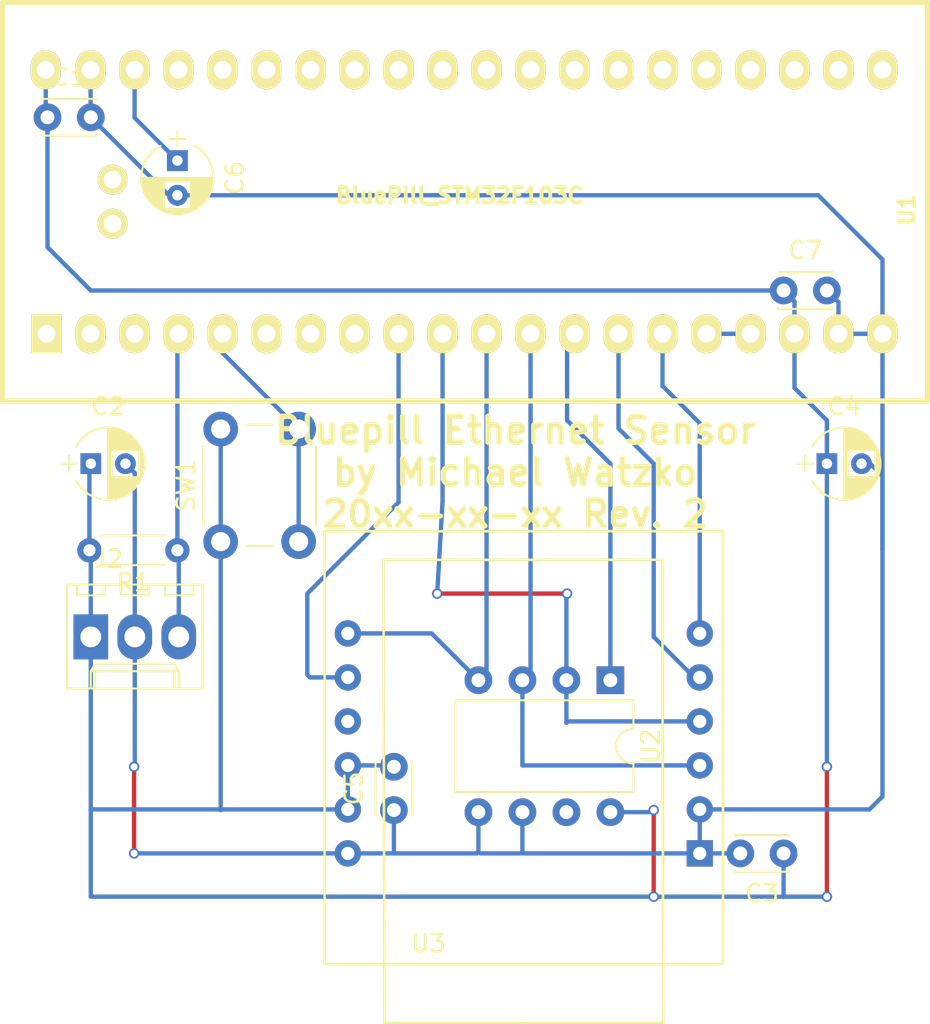
<source format=kicad_pcb>
(kicad_pcb (version 20171130) (host pcbnew 5.0.0-rc1-44a33f2~62~ubuntu16.04.1)

  (general
    (thickness 1.6)
    (drawings 1)
    (tracks 127)
    (zones 0)
    (modules 13)
    (nets 14)
  )

  (page A4)
  (layers
    (0 F.Cu signal)
    (31 B.Cu signal)
    (32 B.Adhes user)
    (33 F.Adhes user)
    (34 B.Paste user)
    (35 F.Paste user)
    (36 B.SilkS user)
    (37 F.SilkS user)
    (38 B.Mask user)
    (39 F.Mask user)
    (40 Dwgs.User user)
    (41 Cmts.User user)
    (42 Eco1.User user)
    (43 Eco2.User user)
    (44 Edge.Cuts user)
    (45 Margin user)
    (46 B.CrtYd user)
    (47 F.CrtYd user)
    (48 B.Fab user)
    (49 F.Fab user)
  )

  (setup
    (last_trace_width 0.25)
    (trace_clearance 0.2)
    (zone_clearance 0.508)
    (zone_45_only no)
    (trace_min 0.2)
    (segment_width 0.2)
    (edge_width 0.15)
    (via_size 0.6)
    (via_drill 0.4)
    (via_min_size 0.4)
    (via_min_drill 0.3)
    (uvia_size 0.3)
    (uvia_drill 0.1)
    (uvias_allowed no)
    (uvia_min_size 0.2)
    (uvia_min_drill 0.1)
    (pcb_text_width 0.3)
    (pcb_text_size 1.5 1.5)
    (mod_edge_width 0.15)
    (mod_text_size 1 1)
    (mod_text_width 0.15)
    (pad_size 1.524 1.524)
    (pad_drill 0.762)
    (pad_to_mask_clearance 0.2)
    (aux_axis_origin 0 0)
    (visible_elements FFFFEF7F)
    (pcbplotparams
      (layerselection 0x32330_ffffffff)
      (usegerberextensions false)
      (usegerberattributes true)
      (usegerberadvancedattributes true)
      (creategerberjobfile false)
      (excludeedgelayer true)
      (linewidth 0.100000)
      (plotframeref false)
      (viasonmask false)
      (mode 1)
      (useauxorigin false)
      (hpglpennumber 1)
      (hpglpenspeed 20)
      (hpglpendiameter 15)
      (psnegative false)
      (psa4output false)
      (plotreference true)
      (plotvalue true)
      (plotinvisibletext false)
      (padsonsilk false)
      (subtractmaskfromsilk false)
      (outputformat 1)
      (mirror false)
      (drillshape 0)
      (scaleselection 1)
      (outputdirectory /tmp/test))
  )

  (net 0 "")
  (net 1 VCC)
  (net 2 GND)
  (net 3 "Net-(J2-Pad3)")
  (net 4 "Net-(U1-Pad9)")
  (net 5 "Net-(U1-Pad10)")
  (net 6 "Net-(U1-Pad11)")
  (net 7 "Net-(U1-Pad12)")
  (net 8 "Net-(U1-Pad13)")
  (net 9 "Net-(U1-Pad14)")
  (net 10 "Net-(U1-Pad15)")
  (net 11 "Net-(U1-Pad16)")
  (net 12 "Net-(C6-Pad1)")
  (net 13 "Net-(SW1-Pad2)")

  (net_class Default "Dies ist die voreingestellte Netzklasse."
    (clearance 0.2)
    (trace_width 0.25)
    (via_dia 0.6)
    (via_drill 0.4)
    (uvia_dia 0.3)
    (uvia_drill 0.1)
    (add_net GND)
    (add_net "Net-(C6-Pad1)")
    (add_net "Net-(J2-Pad3)")
    (add_net "Net-(SW1-Pad2)")
    (add_net "Net-(U1-Pad10)")
    (add_net "Net-(U1-Pad11)")
    (add_net "Net-(U1-Pad12)")
    (add_net "Net-(U1-Pad13)")
    (add_net "Net-(U1-Pad14)")
    (add_net "Net-(U1-Pad15)")
    (add_net "Net-(U1-Pad16)")
    (add_net "Net-(U1-Pad9)")
    (add_net VCC)
  )

  (module BluePill_breakouts:BluePill_STM32F103C (layer F.Cu) (tedit 59B4EF3F) (tstamp 5ABE4BA0)
    (at 40 45 90)
    (descr "STM32F103C8 BluePill board")
    (path /5ABD20EB)
    (fp_text reference U1 (at 7.1628 49.6062 270) (layer F.SilkS)
      (effects (font (size 0.889 0.889) (thickness 0.3048)))
    )
    (fp_text value BluePill_STM32F103C (at 7.9756 23.7998 180) (layer F.SilkS)
      (effects (font (size 0.889 0.889) (thickness 0.22225)))
    )
    (fp_line (start 19.12 -2.59) (end 19.12 50.81) (layer F.SilkS) (width 0.3048))
    (fp_line (start 19.12 50.81) (end -3.88 50.81) (layer F.SilkS) (width 0.3048))
    (fp_line (start -3.88 50.81) (end -3.88 -2.59) (layer F.SilkS) (width 0.3048))
    (fp_line (start -3.88 -2.59) (end 19.12 -2.59) (layer F.SilkS) (width 0.3048))
    (pad 1 thru_hole rect (at 0 -0.0508) (size 1.7272 2.25) (drill 1.016) (layers *.Cu *.Mask F.SilkS))
    (pad 2 thru_hole oval (at 0 2.4892) (size 1.7272 2.25) (drill 1.016) (layers *.Cu *.Mask F.SilkS))
    (pad 3 thru_hole oval (at 0 5.0292) (size 1.7272 2.25) (drill 1.016) (layers *.Cu *.Mask F.SilkS))
    (pad 4 thru_hole oval (at 0 7.5692) (size 1.7272 2.25) (drill 1.016) (layers *.Cu *.Mask F.SilkS)
      (net 3 "Net-(J2-Pad3)"))
    (pad 5 thru_hole oval (at 0 10.1092) (size 1.7272 2.25) (drill 1.016) (layers *.Cu *.Mask F.SilkS)
      (net 13 "Net-(SW1-Pad2)"))
    (pad 6 thru_hole oval (at 0 12.6492) (size 1.7272 2.25) (drill 1.016) (layers *.Cu *.Mask F.SilkS))
    (pad 7 thru_hole oval (at 0 15.1892) (size 1.7272 2.25) (drill 1.016) (layers *.Cu *.Mask F.SilkS))
    (pad 8 thru_hole oval (at 0 17.7292) (size 1.7272 2.25) (drill 1.016) (layers *.Cu *.Mask F.SilkS))
    (pad 9 thru_hole oval (at 0 20.2692) (size 1.7272 2.25) (drill 1.016) (layers *.Cu *.Mask F.SilkS)
      (net 4 "Net-(U1-Pad9)"))
    (pad 10 thru_hole oval (at 0 22.8092) (size 1.7272 2.25) (drill 1.016) (layers *.Cu *.Mask F.SilkS)
      (net 5 "Net-(U1-Pad10)"))
    (pad 11 thru_hole oval (at 0 25.3492) (size 1.7272 2.25) (drill 1.016) (layers *.Cu *.Mask F.SilkS)
      (net 6 "Net-(U1-Pad11)"))
    (pad 12 thru_hole oval (at 0 27.8892) (size 1.7272 2.25) (drill 1.016) (layers *.Cu *.Mask F.SilkS)
      (net 7 "Net-(U1-Pad12)"))
    (pad 13 thru_hole oval (at 0 30.4292) (size 1.7272 2.25) (drill 1.016) (layers *.Cu *.Mask F.SilkS)
      (net 8 "Net-(U1-Pad13)"))
    (pad 14 thru_hole oval (at 0 32.9692) (size 1.7272 2.25) (drill 1.016) (layers *.Cu *.Mask F.SilkS)
      (net 9 "Net-(U1-Pad14)"))
    (pad 15 thru_hole oval (at 0 35.5092) (size 1.7272 2.25) (drill 1.016) (layers *.Cu *.Mask F.SilkS)
      (net 10 "Net-(U1-Pad15)"))
    (pad 16 thru_hole oval (at 0 38.0492) (size 1.7272 2.25) (drill 1.016) (layers *.Cu *.Mask F.SilkS)
      (net 11 "Net-(U1-Pad16)"))
    (pad 17 thru_hole oval (at 0 40.5892) (size 1.7272 2.25) (drill 1.016) (layers *.Cu *.Mask F.SilkS)
      (net 11 "Net-(U1-Pad16)"))
    (pad 18 thru_hole oval (at 0 43.1292) (size 1.7272 2.25) (drill 1.016) (layers *.Cu *.Mask F.SilkS)
      (net 1 VCC))
    (pad 19 thru_hole oval (at 0 45.6692) (size 1.7272 2.25) (drill 1.016) (layers *.Cu *.Mask F.SilkS)
      (net 2 GND))
    (pad 20 thru_hole oval (at 0 48.2092) (size 1.7272 2.25) (drill 1.016) (layers *.Cu *.Mask F.SilkS)
      (net 2 GND))
    (pad 21 thru_hole oval (at 15.24 48.2092 180) (size 1.7272 2.25) (drill 1.016) (layers *.Cu *.Mask F.SilkS))
    (pad 22 thru_hole oval (at 15.24 45.6692 180) (size 1.7272 2.25) (drill 1.016) (layers *.Cu *.Mask F.SilkS))
    (pad 23 thru_hole oval (at 15.24 43.1292 180) (size 1.7272 2.25) (drill 1.016) (layers *.Cu *.Mask F.SilkS))
    (pad 24 thru_hole oval (at 15.24 40.5892 180) (size 1.7272 2.25) (drill 1.016) (layers *.Cu *.Mask F.SilkS))
    (pad 25 thru_hole oval (at 15.24 38.0492 180) (size 1.7272 2.25) (drill 1.016) (layers *.Cu *.Mask F.SilkS))
    (pad 26 thru_hole oval (at 15.24 35.5092 180) (size 1.7272 2.25) (drill 1.016) (layers *.Cu *.Mask F.SilkS))
    (pad 27 thru_hole oval (at 15.24 32.9692 180) (size 1.7272 2.25) (drill 1.016) (layers *.Cu *.Mask F.SilkS))
    (pad 28 thru_hole oval (at 15.24 30.4292 180) (size 1.7272 2.25) (drill 1.016) (layers *.Cu *.Mask F.SilkS))
    (pad 29 thru_hole oval (at 15.24 27.8892 180) (size 1.7272 2.25) (drill 1.016) (layers *.Cu *.Mask F.SilkS))
    (pad 30 thru_hole oval (at 15.24 25.3492 180) (size 1.7272 2.25) (drill 1.016) (layers *.Cu *.Mask F.SilkS))
    (pad 31 thru_hole oval (at 15.24 22.8092 180) (size 1.7272 2.25) (drill 1.016) (layers *.Cu *.Mask F.SilkS))
    (pad 32 thru_hole oval (at 15.24 20.2692 180) (size 1.7272 2.25) (drill 1.016) (layers *.Cu *.Mask F.SilkS))
    (pad 33 thru_hole oval (at 15.24 17.7292 180) (size 1.7272 2.25) (drill 1.016) (layers *.Cu *.Mask F.SilkS))
    (pad 34 thru_hole oval (at 15.24 15.1892 180) (size 1.7272 2.25) (drill 1.016) (layers *.Cu *.Mask F.SilkS))
    (pad 35 thru_hole oval (at 15.24 12.6492 180) (size 1.7272 2.25) (drill 1.016) (layers *.Cu *.Mask F.SilkS))
    (pad 36 thru_hole oval (at 15.24 10.1092 180) (size 1.7272 2.25) (drill 1.016) (layers *.Cu *.Mask F.SilkS))
    (pad 37 thru_hole oval (at 15.24 7.5692 180) (size 1.7272 2.25) (drill 1.016) (layers *.Cu *.Mask F.SilkS))
    (pad 38 thru_hole oval (at 15.24 5.0292 180) (size 1.7272 2.25) (drill 1.016) (layers *.Cu *.Mask F.SilkS)
      (net 12 "Net-(C6-Pad1)"))
    (pad 39 thru_hole oval (at 15.24 2.4892 180) (size 1.7272 2.25) (drill 1.016) (layers *.Cu *.Mask F.SilkS)
      (net 2 GND))
    (pad 40 thru_hole oval (at 15.24 -0.1016 180) (size 1.7272 2.25) (drill 1.016) (layers *.Cu *.Mask F.SilkS)
      (net 1 VCC))
    (pad 41 thru_hole oval (at 8.9 3.7592 180) (size 1.7272 1.7272) (drill 1.016) (layers *.Cu *.Mask F.SilkS))
    (pad 42 thru_hole oval (at 6.36 3.7592 180) (size 1.7272 1.7272) (drill 1.016) (layers *.Cu *.Mask F.SilkS))
  )

  (module Capacitors_THT:CP_Radial_D4.0mm_P2.00mm (layer F.Cu) (tedit 597BC7C2) (tstamp 5ABECA28)
    (at 47.5 35 270)
    (descr "CP, Radial series, Radial, pin pitch=2.00mm, , diameter=4mm, Electrolytic Capacitor")
    (tags "CP Radial series Radial pin pitch 2.00mm  diameter 4mm Electrolytic Capacitor")
    (path /5ABEBD7D)
    (fp_text reference C6 (at 1 -3.31 270) (layer F.SilkS)
      (effects (font (size 1 1) (thickness 0.15)))
    )
    (fp_text value CP (at 1 3.31 270) (layer F.Fab)
      (effects (font (size 1 1) (thickness 0.15)))
    )
    (fp_text user %R (at 1 0 270) (layer F.Fab)
      (effects (font (size 1 1) (thickness 0.15)))
    )
    (fp_line (start 3.35 -2.35) (end -1.35 -2.35) (layer F.CrtYd) (width 0.05))
    (fp_line (start 3.35 2.35) (end 3.35 -2.35) (layer F.CrtYd) (width 0.05))
    (fp_line (start -1.35 2.35) (end 3.35 2.35) (layer F.CrtYd) (width 0.05))
    (fp_line (start -1.35 -2.35) (end -1.35 2.35) (layer F.CrtYd) (width 0.05))
    (fp_line (start -1.25 -0.45) (end -1.25 0.45) (layer F.SilkS) (width 0.12))
    (fp_line (start -1.7 0) (end -0.8 0) (layer F.SilkS) (width 0.12))
    (fp_line (start 3.081 -0.165) (end 3.081 0.165) (layer F.SilkS) (width 0.12))
    (fp_line (start 3.041 -0.415) (end 3.041 0.415) (layer F.SilkS) (width 0.12))
    (fp_line (start 3.001 -0.567) (end 3.001 0.567) (layer F.SilkS) (width 0.12))
    (fp_line (start 2.961 -0.686) (end 2.961 0.686) (layer F.SilkS) (width 0.12))
    (fp_line (start 2.921 -0.786) (end 2.921 0.786) (layer F.SilkS) (width 0.12))
    (fp_line (start 2.881 -0.874) (end 2.881 0.874) (layer F.SilkS) (width 0.12))
    (fp_line (start 2.841 -0.952) (end 2.841 0.952) (layer F.SilkS) (width 0.12))
    (fp_line (start 2.801 -1.023) (end 2.801 1.023) (layer F.SilkS) (width 0.12))
    (fp_line (start 2.761 0.78) (end 2.761 1.088) (layer F.SilkS) (width 0.12))
    (fp_line (start 2.761 -1.088) (end 2.761 -0.78) (layer F.SilkS) (width 0.12))
    (fp_line (start 2.721 0.78) (end 2.721 1.148) (layer F.SilkS) (width 0.12))
    (fp_line (start 2.721 -1.148) (end 2.721 -0.78) (layer F.SilkS) (width 0.12))
    (fp_line (start 2.681 0.78) (end 2.681 1.204) (layer F.SilkS) (width 0.12))
    (fp_line (start 2.681 -1.204) (end 2.681 -0.78) (layer F.SilkS) (width 0.12))
    (fp_line (start 2.641 0.78) (end 2.641 1.256) (layer F.SilkS) (width 0.12))
    (fp_line (start 2.641 -1.256) (end 2.641 -0.78) (layer F.SilkS) (width 0.12))
    (fp_line (start 2.601 0.78) (end 2.601 1.305) (layer F.SilkS) (width 0.12))
    (fp_line (start 2.601 -1.305) (end 2.601 -0.78) (layer F.SilkS) (width 0.12))
    (fp_line (start 2.561 0.78) (end 2.561 1.351) (layer F.SilkS) (width 0.12))
    (fp_line (start 2.561 -1.351) (end 2.561 -0.78) (layer F.SilkS) (width 0.12))
    (fp_line (start 2.521 0.78) (end 2.521 1.395) (layer F.SilkS) (width 0.12))
    (fp_line (start 2.521 -1.395) (end 2.521 -0.78) (layer F.SilkS) (width 0.12))
    (fp_line (start 2.481 0.78) (end 2.481 1.436) (layer F.SilkS) (width 0.12))
    (fp_line (start 2.481 -1.436) (end 2.481 -0.78) (layer F.SilkS) (width 0.12))
    (fp_line (start 2.441 0.78) (end 2.441 1.475) (layer F.SilkS) (width 0.12))
    (fp_line (start 2.441 -1.475) (end 2.441 -0.78) (layer F.SilkS) (width 0.12))
    (fp_line (start 2.401 0.78) (end 2.401 1.512) (layer F.SilkS) (width 0.12))
    (fp_line (start 2.401 -1.512) (end 2.401 -0.78) (layer F.SilkS) (width 0.12))
    (fp_line (start 2.361 0.78) (end 2.361 1.547) (layer F.SilkS) (width 0.12))
    (fp_line (start 2.361 -1.547) (end 2.361 -0.78) (layer F.SilkS) (width 0.12))
    (fp_line (start 2.321 0.78) (end 2.321 1.581) (layer F.SilkS) (width 0.12))
    (fp_line (start 2.321 -1.581) (end 2.321 -0.78) (layer F.SilkS) (width 0.12))
    (fp_line (start 2.281 0.78) (end 2.281 1.613) (layer F.SilkS) (width 0.12))
    (fp_line (start 2.281 -1.613) (end 2.281 -0.78) (layer F.SilkS) (width 0.12))
    (fp_line (start 2.241 0.78) (end 2.241 1.643) (layer F.SilkS) (width 0.12))
    (fp_line (start 2.241 -1.643) (end 2.241 -0.78) (layer F.SilkS) (width 0.12))
    (fp_line (start 2.201 0.78) (end 2.201 1.672) (layer F.SilkS) (width 0.12))
    (fp_line (start 2.201 -1.672) (end 2.201 -0.78) (layer F.SilkS) (width 0.12))
    (fp_line (start 2.161 0.78) (end 2.161 1.699) (layer F.SilkS) (width 0.12))
    (fp_line (start 2.161 -1.699) (end 2.161 -0.78) (layer F.SilkS) (width 0.12))
    (fp_line (start 2.121 0.78) (end 2.121 1.725) (layer F.SilkS) (width 0.12))
    (fp_line (start 2.121 -1.725) (end 2.121 -0.78) (layer F.SilkS) (width 0.12))
    (fp_line (start 2.081 0.78) (end 2.081 1.75) (layer F.SilkS) (width 0.12))
    (fp_line (start 2.081 -1.75) (end 2.081 -0.78) (layer F.SilkS) (width 0.12))
    (fp_line (start 2.041 0.78) (end 2.041 1.773) (layer F.SilkS) (width 0.12))
    (fp_line (start 2.041 -1.773) (end 2.041 -0.78) (layer F.SilkS) (width 0.12))
    (fp_line (start 2.001 0.78) (end 2.001 1.796) (layer F.SilkS) (width 0.12))
    (fp_line (start 2.001 -1.796) (end 2.001 -0.78) (layer F.SilkS) (width 0.12))
    (fp_line (start 1.961 0.78) (end 1.961 1.817) (layer F.SilkS) (width 0.12))
    (fp_line (start 1.961 -1.817) (end 1.961 -0.78) (layer F.SilkS) (width 0.12))
    (fp_line (start 1.921 0.78) (end 1.921 1.837) (layer F.SilkS) (width 0.12))
    (fp_line (start 1.921 -1.837) (end 1.921 -0.78) (layer F.SilkS) (width 0.12))
    (fp_line (start 1.881 0.78) (end 1.881 1.856) (layer F.SilkS) (width 0.12))
    (fp_line (start 1.881 -1.856) (end 1.881 -0.78) (layer F.SilkS) (width 0.12))
    (fp_line (start 1.841 0.78) (end 1.841 1.874) (layer F.SilkS) (width 0.12))
    (fp_line (start 1.841 -1.874) (end 1.841 -0.78) (layer F.SilkS) (width 0.12))
    (fp_line (start 1.801 0.78) (end 1.801 1.891) (layer F.SilkS) (width 0.12))
    (fp_line (start 1.801 -1.891) (end 1.801 -0.78) (layer F.SilkS) (width 0.12))
    (fp_line (start 1.761 0.78) (end 1.761 1.907) (layer F.SilkS) (width 0.12))
    (fp_line (start 1.761 -1.907) (end 1.761 -0.78) (layer F.SilkS) (width 0.12))
    (fp_line (start 1.721 0.78) (end 1.721 1.923) (layer F.SilkS) (width 0.12))
    (fp_line (start 1.721 -1.923) (end 1.721 -0.78) (layer F.SilkS) (width 0.12))
    (fp_line (start 1.68 0.78) (end 1.68 1.937) (layer F.SilkS) (width 0.12))
    (fp_line (start 1.68 -1.937) (end 1.68 -0.78) (layer F.SilkS) (width 0.12))
    (fp_line (start 1.64 0.78) (end 1.64 1.95) (layer F.SilkS) (width 0.12))
    (fp_line (start 1.64 -1.95) (end 1.64 -0.78) (layer F.SilkS) (width 0.12))
    (fp_line (start 1.6 0.78) (end 1.6 1.963) (layer F.SilkS) (width 0.12))
    (fp_line (start 1.6 -1.963) (end 1.6 -0.78) (layer F.SilkS) (width 0.12))
    (fp_line (start 1.56 0.78) (end 1.56 1.974) (layer F.SilkS) (width 0.12))
    (fp_line (start 1.56 -1.974) (end 1.56 -0.78) (layer F.SilkS) (width 0.12))
    (fp_line (start 1.52 0.78) (end 1.52 1.985) (layer F.SilkS) (width 0.12))
    (fp_line (start 1.52 -1.985) (end 1.52 -0.78) (layer F.SilkS) (width 0.12))
    (fp_line (start 1.48 0.78) (end 1.48 1.995) (layer F.SilkS) (width 0.12))
    (fp_line (start 1.48 -1.995) (end 1.48 -0.78) (layer F.SilkS) (width 0.12))
    (fp_line (start 1.44 0.78) (end 1.44 2.004) (layer F.SilkS) (width 0.12))
    (fp_line (start 1.44 -2.004) (end 1.44 -0.78) (layer F.SilkS) (width 0.12))
    (fp_line (start 1.4 0.78) (end 1.4 2.012) (layer F.SilkS) (width 0.12))
    (fp_line (start 1.4 -2.012) (end 1.4 -0.78) (layer F.SilkS) (width 0.12))
    (fp_line (start 1.36 0.78) (end 1.36 2.019) (layer F.SilkS) (width 0.12))
    (fp_line (start 1.36 -2.019) (end 1.36 -0.78) (layer F.SilkS) (width 0.12))
    (fp_line (start 1.32 0.78) (end 1.32 2.026) (layer F.SilkS) (width 0.12))
    (fp_line (start 1.32 -2.026) (end 1.32 -0.78) (layer F.SilkS) (width 0.12))
    (fp_line (start 1.28 0.78) (end 1.28 2.032) (layer F.SilkS) (width 0.12))
    (fp_line (start 1.28 -2.032) (end 1.28 -0.78) (layer F.SilkS) (width 0.12))
    (fp_line (start 1.24 0.78) (end 1.24 2.037) (layer F.SilkS) (width 0.12))
    (fp_line (start 1.24 -2.037) (end 1.24 -0.78) (layer F.SilkS) (width 0.12))
    (fp_line (start 1.2 -2.041) (end 1.2 2.041) (layer F.SilkS) (width 0.12))
    (fp_line (start 1.16 -2.044) (end 1.16 2.044) (layer F.SilkS) (width 0.12))
    (fp_line (start 1.12 -2.047) (end 1.12 2.047) (layer F.SilkS) (width 0.12))
    (fp_line (start 1.08 -2.049) (end 1.08 2.049) (layer F.SilkS) (width 0.12))
    (fp_line (start 1.04 -2.05) (end 1.04 2.05) (layer F.SilkS) (width 0.12))
    (fp_line (start 1 -2.05) (end 1 2.05) (layer F.SilkS) (width 0.12))
    (fp_line (start -1.25 -0.45) (end -1.25 0.45) (layer F.Fab) (width 0.1))
    (fp_line (start -1.7 0) (end -0.8 0) (layer F.Fab) (width 0.1))
    (fp_circle (center 1 0) (end 3 0) (layer F.Fab) (width 0.1))
    (fp_arc (start 1 0) (end 2.845996 -0.98) (angle 55.9) (layer F.SilkS) (width 0.12))
    (fp_arc (start 1 0) (end -0.845996 0.98) (angle -124.1) (layer F.SilkS) (width 0.12))
    (fp_arc (start 1 0) (end -0.845996 -0.98) (angle 124.1) (layer F.SilkS) (width 0.12))
    (pad 2 thru_hole circle (at 2 0 270) (size 1.2 1.2) (drill 0.6) (layers *.Cu *.Mask)
      (net 2 GND))
    (pad 1 thru_hole rect (at 0 0 270) (size 1.2 1.2) (drill 0.6) (layers *.Cu *.Mask)
      (net 12 "Net-(C6-Pad1)"))
    (model ${KISYS3DMOD}/Capacitors_THT.3dshapes/CP_Radial_D4.0mm_P2.00mm.wrl
      (at (xyz 0 0 0))
      (scale (xyz 1 1 1))
      (rotate (xyz 0 0 0))
    )
  )

  (module Connectors_Molex:Molex_KK-6410-03_03x2.54mm_Straight (layer F.Cu) (tedit 58EE6EE6) (tstamp 5ABE432C)
    (at 42.5 62.5)
    (descr "Connector Headers with Friction Lock, 22-27-2031, http://www.molex.com/pdm_docs/sd/022272021_sd.pdf")
    (tags "connector molex kk_6410 22-27-2031")
    (path /5ABD688D)
    (fp_text reference J2 (at 1 -4.5) (layer F.SilkS)
      (effects (font (size 1 1) (thickness 0.15)))
    )
    (fp_text value Conn_01x03 (at 2.54 4.5) (layer F.Fab)
      (effects (font (size 1 1) (thickness 0.15)))
    )
    (fp_line (start -1.47 -3.12) (end -1.47 3.08) (layer F.Fab) (width 0.12))
    (fp_line (start -1.47 3.08) (end 6.55 3.08) (layer F.Fab) (width 0.12))
    (fp_line (start 6.55 3.08) (end 6.55 -3.12) (layer F.Fab) (width 0.12))
    (fp_line (start 6.55 -3.12) (end -1.47 -3.12) (layer F.Fab) (width 0.12))
    (fp_line (start -1.37 -3.02) (end -1.37 2.98) (layer F.SilkS) (width 0.12))
    (fp_line (start -1.37 2.98) (end 6.45 2.98) (layer F.SilkS) (width 0.12))
    (fp_line (start 6.45 2.98) (end 6.45 -3.02) (layer F.SilkS) (width 0.12))
    (fp_line (start 6.45 -3.02) (end -1.37 -3.02) (layer F.SilkS) (width 0.12))
    (fp_line (start 0 2.98) (end 0 1.98) (layer F.SilkS) (width 0.12))
    (fp_line (start 0 1.98) (end 5.08 1.98) (layer F.SilkS) (width 0.12))
    (fp_line (start 5.08 1.98) (end 5.08 2.98) (layer F.SilkS) (width 0.12))
    (fp_line (start 0 1.98) (end 0.25 1.55) (layer F.SilkS) (width 0.12))
    (fp_line (start 0.25 1.55) (end 4.83 1.55) (layer F.SilkS) (width 0.12))
    (fp_line (start 4.83 1.55) (end 5.08 1.98) (layer F.SilkS) (width 0.12))
    (fp_line (start 0.25 2.98) (end 0.25 1.98) (layer F.SilkS) (width 0.12))
    (fp_line (start 4.83 2.98) (end 4.83 1.98) (layer F.SilkS) (width 0.12))
    (fp_line (start -0.8 -3.02) (end -0.8 -2.4) (layer F.SilkS) (width 0.12))
    (fp_line (start -0.8 -2.4) (end 0.8 -2.4) (layer F.SilkS) (width 0.12))
    (fp_line (start 0.8 -2.4) (end 0.8 -3.02) (layer F.SilkS) (width 0.12))
    (fp_line (start 1.74 -3.02) (end 1.74 -2.4) (layer F.SilkS) (width 0.12))
    (fp_line (start 1.74 -2.4) (end 3.34 -2.4) (layer F.SilkS) (width 0.12))
    (fp_line (start 3.34 -2.4) (end 3.34 -3.02) (layer F.SilkS) (width 0.12))
    (fp_line (start 4.28 -3.02) (end 4.28 -2.4) (layer F.SilkS) (width 0.12))
    (fp_line (start 4.28 -2.4) (end 5.88 -2.4) (layer F.SilkS) (width 0.12))
    (fp_line (start 5.88 -2.4) (end 5.88 -3.02) (layer F.SilkS) (width 0.12))
    (fp_line (start -1.9 3.5) (end -1.9 -3.55) (layer F.CrtYd) (width 0.05))
    (fp_line (start -1.9 -3.55) (end 7 -3.55) (layer F.CrtYd) (width 0.05))
    (fp_line (start 7 -3.55) (end 7 3.5) (layer F.CrtYd) (width 0.05))
    (fp_line (start 7 3.5) (end -1.9 3.5) (layer F.CrtYd) (width 0.05))
    (fp_text user %R (at 2.54 0) (layer F.Fab)
      (effects (font (size 1 1) (thickness 0.15)))
    )
    (pad 1 thru_hole rect (at 0 0) (size 2 2.6) (drill 1.2) (layers *.Cu *.Mask)
      (net 1 VCC))
    (pad 2 thru_hole oval (at 2.54 0) (size 2 2.6) (drill 1.2) (layers *.Cu *.Mask)
      (net 2 GND))
    (pad 3 thru_hole oval (at 5.08 0) (size 2 2.6) (drill 1.2) (layers *.Cu *.Mask)
      (net 3 "Net-(J2-Pad3)"))
    (model ${KISYS3DMOD}/Connectors_Molex.3dshapes/Molex_KK-6410-03_03x2.54mm_Straight.wrl
      (at (xyz 0 0 0))
      (scale (xyz 1 1 1))
      (rotate (xyz 0 0 0))
    )
  )

  (module Housings_DIP:DIP-8_W7.62mm (layer F.Cu) (tedit 59C78D6B) (tstamp 5ABE4BAC)
    (at 72.5 65 270)
    (descr "8-lead though-hole mounted DIP package, row spacing 7.62 mm (300 mils)")
    (tags "THT DIP DIL PDIP 2.54mm 7.62mm 300mil")
    (path /5ABD4EFE)
    (fp_text reference U2 (at 3.81 -2.33 270) (layer F.SilkS)
      (effects (font (size 1 1) (thickness 0.15)))
    )
    (fp_text value 93C46 (at 3.81 9.95 270) (layer F.Fab)
      (effects (font (size 1 1) (thickness 0.15)))
    )
    (fp_arc (start 3.81 -1.33) (end 2.81 -1.33) (angle -180) (layer F.SilkS) (width 0.12))
    (fp_line (start 1.635 -1.27) (end 6.985 -1.27) (layer F.Fab) (width 0.1))
    (fp_line (start 6.985 -1.27) (end 6.985 8.89) (layer F.Fab) (width 0.1))
    (fp_line (start 6.985 8.89) (end 0.635 8.89) (layer F.Fab) (width 0.1))
    (fp_line (start 0.635 8.89) (end 0.635 -0.27) (layer F.Fab) (width 0.1))
    (fp_line (start 0.635 -0.27) (end 1.635 -1.27) (layer F.Fab) (width 0.1))
    (fp_line (start 2.81 -1.33) (end 1.16 -1.33) (layer F.SilkS) (width 0.12))
    (fp_line (start 1.16 -1.33) (end 1.16 8.95) (layer F.SilkS) (width 0.12))
    (fp_line (start 1.16 8.95) (end 6.46 8.95) (layer F.SilkS) (width 0.12))
    (fp_line (start 6.46 8.95) (end 6.46 -1.33) (layer F.SilkS) (width 0.12))
    (fp_line (start 6.46 -1.33) (end 4.81 -1.33) (layer F.SilkS) (width 0.12))
    (fp_line (start -1.1 -1.55) (end -1.1 9.15) (layer F.CrtYd) (width 0.05))
    (fp_line (start -1.1 9.15) (end 8.7 9.15) (layer F.CrtYd) (width 0.05))
    (fp_line (start 8.7 9.15) (end 8.7 -1.55) (layer F.CrtYd) (width 0.05))
    (fp_line (start 8.7 -1.55) (end -1.1 -1.55) (layer F.CrtYd) (width 0.05))
    (fp_text user %R (at 3.81 3.81 270) (layer F.Fab)
      (effects (font (size 1 1) (thickness 0.15)))
    )
    (pad 1 thru_hole rect (at 0 0 270) (size 1.6 1.6) (drill 0.8) (layers *.Cu *.Mask)
      (net 8 "Net-(U1-Pad13)"))
    (pad 5 thru_hole oval (at 7.62 7.62 270) (size 1.6 1.6) (drill 0.8) (layers *.Cu *.Mask)
      (net 2 GND))
    (pad 2 thru_hole oval (at 0 2.54 270) (size 1.6 1.6) (drill 0.8) (layers *.Cu *.Mask)
      (net 5 "Net-(U1-Pad10)"))
    (pad 6 thru_hole oval (at 7.62 5.08 270) (size 1.6 1.6) (drill 0.8) (layers *.Cu *.Mask)
      (net 2 GND))
    (pad 3 thru_hole oval (at 0 5.08 270) (size 1.6 1.6) (drill 0.8) (layers *.Cu *.Mask)
      (net 7 "Net-(U1-Pad12)"))
    (pad 7 thru_hole oval (at 7.62 2.54 270) (size 1.6 1.6) (drill 0.8) (layers *.Cu *.Mask))
    (pad 4 thru_hole oval (at 0 7.62 270) (size 1.6 1.6) (drill 0.8) (layers *.Cu *.Mask)
      (net 6 "Net-(U1-Pad11)"))
    (pad 8 thru_hole oval (at 7.62 0 270) (size 1.6 1.6) (drill 0.8) (layers *.Cu *.Mask)
      (net 1 VCC))
    (model ${KISYS3DMOD}/Housings_DIP.3dshapes/DIP-8_W7.62mm.wrl
      (at (xyz 0 0 0))
      (scale (xyz 1 1 1))
      (rotate (xyz 0 0 0))
    )
  )

  (module kicad:WIZ850io (layer F.Cu) (tedit 5963EA8F) (tstamp 5ABE4BBC)
    (at 67.5 75 180)
    (path /5ABD9273)
    (fp_text reference U3 (at 5.5 -5.2 180) (layer F.SilkS)
      (effects (font (size 1 1) (thickness 0.15)))
    )
    (fp_text value WIZ850io (at -4.35 -5.25 180) (layer F.Fab)
      (effects (font (size 1 1) (thickness 0.15)))
    )
    (fp_line (start 8.05 -9.8) (end 8.1 16.95) (layer F.SilkS) (width 0.15))
    (fp_line (start 0.05 16.95) (end 8.05 16.95) (layer F.SilkS) (width 0.15))
    (fp_line (start -8 16.95) (end 0 16.95) (layer F.SilkS) (width 0.15))
    (fp_line (start -8.05 -9.8) (end -8 16.95) (layer F.SilkS) (width 0.15))
    (fp_line (start 0.05 -9.8) (end 8.05 -9.8) (layer F.SilkS) (width 0.15))
    (fp_line (start -8.05 -9.8) (end -0.05 -9.8) (layer F.SilkS) (width 0.15))
    (fp_line (start -11.5 18.6) (end 11.4 18.6) (layer F.SilkS) (width 0.15))
    (fp_line (start -11.5 -6.4) (end -11.5 18.6) (layer F.SilkS) (width 0.15))
    (fp_line (start 11.5 -6.4) (end 11.5 18.6) (layer F.SilkS) (width 0.15))
    (fp_line (start 0 -6.4) (end -11.5 -6.4) (layer F.SilkS) (width 0.15))
    (fp_line (start 0 -6.4) (end 11.5 -6.4) (layer F.SilkS) (width 0.15))
    (pad 1 thru_hole rect (at -10.16 0 180) (size 1.524 1.524) (drill 0.762) (layers *.Cu *.Mask)
      (net 2 GND))
    (pad 2 thru_hole circle (at -10.16 2.54 180) (size 1.524 1.524) (drill 0.762) (layers *.Cu *.Mask)
      (net 2 GND))
    (pad 3 thru_hole circle (at -10.16 5.08 180) (size 1.524 1.524) (drill 0.762) (layers *.Cu *.Mask)
      (net 7 "Net-(U1-Pad12)"))
    (pad 4 thru_hole circle (at -10.16 7.62 180) (size 1.524 1.524) (drill 0.762) (layers *.Cu *.Mask)
      (net 5 "Net-(U1-Pad10)"))
    (pad 5 thru_hole circle (at -10.16 10.16 180) (size 1.524 1.524) (drill 0.762) (layers *.Cu *.Mask)
      (net 9 "Net-(U1-Pad14)"))
    (pad 6 thru_hole circle (at -10.16 12.7 180) (size 1.524 1.524) (drill 0.762) (layers *.Cu *.Mask)
      (net 10 "Net-(U1-Pad15)"))
    (pad 7 thru_hole circle (at 10.16 12.7 180) (size 1.524 1.524) (drill 0.762) (layers *.Cu *.Mask)
      (net 6 "Net-(U1-Pad11)"))
    (pad 8 thru_hole circle (at 10.16 10.16 180) (size 1.524 1.524) (drill 0.762) (layers *.Cu *.Mask)
      (net 4 "Net-(U1-Pad9)"))
    (pad 9 thru_hole circle (at 10.16 7.62 180) (size 1.524 1.524) (drill 0.762) (layers *.Cu *.Mask))
    (pad 10 thru_hole circle (at 10.16 5.08 180) (size 1.524 1.524) (drill 0.762) (layers *.Cu *.Mask)
      (net 1 VCC))
    (pad 11 thru_hole circle (at 10.16 2.54 180) (size 1.524 1.524) (drill 0.762) (layers *.Cu *.Mask)
      (net 1 VCC))
    (pad 12 thru_hole circle (at 10.16 0 180) (size 1.524 1.524) (drill 0.762) (layers *.Cu *.Mask)
      (net 2 GND))
  )

  (module Capacitors_THT:CP_Radial_D4.0mm_P2.00mm (layer F.Cu) (tedit 597BC7C2) (tstamp 5ABE4D92)
    (at 42.5 52.5)
    (descr "CP, Radial series, Radial, pin pitch=2.00mm, , diameter=4mm, Electrolytic Capacitor")
    (tags "CP Radial series Radial pin pitch 2.00mm  diameter 4mm Electrolytic Capacitor")
    (path /5ABDC134)
    (fp_text reference C2 (at 1 -3.31) (layer F.SilkS)
      (effects (font (size 1 1) (thickness 0.15)))
    )
    (fp_text value CP (at 1 3.31) (layer F.Fab)
      (effects (font (size 1 1) (thickness 0.15)))
    )
    (fp_arc (start 1 0) (end -0.845996 -0.98) (angle 124.1) (layer F.SilkS) (width 0.12))
    (fp_arc (start 1 0) (end -0.845996 0.98) (angle -124.1) (layer F.SilkS) (width 0.12))
    (fp_arc (start 1 0) (end 2.845996 -0.98) (angle 55.9) (layer F.SilkS) (width 0.12))
    (fp_circle (center 1 0) (end 3 0) (layer F.Fab) (width 0.1))
    (fp_line (start -1.7 0) (end -0.8 0) (layer F.Fab) (width 0.1))
    (fp_line (start -1.25 -0.45) (end -1.25 0.45) (layer F.Fab) (width 0.1))
    (fp_line (start 1 -2.05) (end 1 2.05) (layer F.SilkS) (width 0.12))
    (fp_line (start 1.04 -2.05) (end 1.04 2.05) (layer F.SilkS) (width 0.12))
    (fp_line (start 1.08 -2.049) (end 1.08 2.049) (layer F.SilkS) (width 0.12))
    (fp_line (start 1.12 -2.047) (end 1.12 2.047) (layer F.SilkS) (width 0.12))
    (fp_line (start 1.16 -2.044) (end 1.16 2.044) (layer F.SilkS) (width 0.12))
    (fp_line (start 1.2 -2.041) (end 1.2 2.041) (layer F.SilkS) (width 0.12))
    (fp_line (start 1.24 -2.037) (end 1.24 -0.78) (layer F.SilkS) (width 0.12))
    (fp_line (start 1.24 0.78) (end 1.24 2.037) (layer F.SilkS) (width 0.12))
    (fp_line (start 1.28 -2.032) (end 1.28 -0.78) (layer F.SilkS) (width 0.12))
    (fp_line (start 1.28 0.78) (end 1.28 2.032) (layer F.SilkS) (width 0.12))
    (fp_line (start 1.32 -2.026) (end 1.32 -0.78) (layer F.SilkS) (width 0.12))
    (fp_line (start 1.32 0.78) (end 1.32 2.026) (layer F.SilkS) (width 0.12))
    (fp_line (start 1.36 -2.019) (end 1.36 -0.78) (layer F.SilkS) (width 0.12))
    (fp_line (start 1.36 0.78) (end 1.36 2.019) (layer F.SilkS) (width 0.12))
    (fp_line (start 1.4 -2.012) (end 1.4 -0.78) (layer F.SilkS) (width 0.12))
    (fp_line (start 1.4 0.78) (end 1.4 2.012) (layer F.SilkS) (width 0.12))
    (fp_line (start 1.44 -2.004) (end 1.44 -0.78) (layer F.SilkS) (width 0.12))
    (fp_line (start 1.44 0.78) (end 1.44 2.004) (layer F.SilkS) (width 0.12))
    (fp_line (start 1.48 -1.995) (end 1.48 -0.78) (layer F.SilkS) (width 0.12))
    (fp_line (start 1.48 0.78) (end 1.48 1.995) (layer F.SilkS) (width 0.12))
    (fp_line (start 1.52 -1.985) (end 1.52 -0.78) (layer F.SilkS) (width 0.12))
    (fp_line (start 1.52 0.78) (end 1.52 1.985) (layer F.SilkS) (width 0.12))
    (fp_line (start 1.56 -1.974) (end 1.56 -0.78) (layer F.SilkS) (width 0.12))
    (fp_line (start 1.56 0.78) (end 1.56 1.974) (layer F.SilkS) (width 0.12))
    (fp_line (start 1.6 -1.963) (end 1.6 -0.78) (layer F.SilkS) (width 0.12))
    (fp_line (start 1.6 0.78) (end 1.6 1.963) (layer F.SilkS) (width 0.12))
    (fp_line (start 1.64 -1.95) (end 1.64 -0.78) (layer F.SilkS) (width 0.12))
    (fp_line (start 1.64 0.78) (end 1.64 1.95) (layer F.SilkS) (width 0.12))
    (fp_line (start 1.68 -1.937) (end 1.68 -0.78) (layer F.SilkS) (width 0.12))
    (fp_line (start 1.68 0.78) (end 1.68 1.937) (layer F.SilkS) (width 0.12))
    (fp_line (start 1.721 -1.923) (end 1.721 -0.78) (layer F.SilkS) (width 0.12))
    (fp_line (start 1.721 0.78) (end 1.721 1.923) (layer F.SilkS) (width 0.12))
    (fp_line (start 1.761 -1.907) (end 1.761 -0.78) (layer F.SilkS) (width 0.12))
    (fp_line (start 1.761 0.78) (end 1.761 1.907) (layer F.SilkS) (width 0.12))
    (fp_line (start 1.801 -1.891) (end 1.801 -0.78) (layer F.SilkS) (width 0.12))
    (fp_line (start 1.801 0.78) (end 1.801 1.891) (layer F.SilkS) (width 0.12))
    (fp_line (start 1.841 -1.874) (end 1.841 -0.78) (layer F.SilkS) (width 0.12))
    (fp_line (start 1.841 0.78) (end 1.841 1.874) (layer F.SilkS) (width 0.12))
    (fp_line (start 1.881 -1.856) (end 1.881 -0.78) (layer F.SilkS) (width 0.12))
    (fp_line (start 1.881 0.78) (end 1.881 1.856) (layer F.SilkS) (width 0.12))
    (fp_line (start 1.921 -1.837) (end 1.921 -0.78) (layer F.SilkS) (width 0.12))
    (fp_line (start 1.921 0.78) (end 1.921 1.837) (layer F.SilkS) (width 0.12))
    (fp_line (start 1.961 -1.817) (end 1.961 -0.78) (layer F.SilkS) (width 0.12))
    (fp_line (start 1.961 0.78) (end 1.961 1.817) (layer F.SilkS) (width 0.12))
    (fp_line (start 2.001 -1.796) (end 2.001 -0.78) (layer F.SilkS) (width 0.12))
    (fp_line (start 2.001 0.78) (end 2.001 1.796) (layer F.SilkS) (width 0.12))
    (fp_line (start 2.041 -1.773) (end 2.041 -0.78) (layer F.SilkS) (width 0.12))
    (fp_line (start 2.041 0.78) (end 2.041 1.773) (layer F.SilkS) (width 0.12))
    (fp_line (start 2.081 -1.75) (end 2.081 -0.78) (layer F.SilkS) (width 0.12))
    (fp_line (start 2.081 0.78) (end 2.081 1.75) (layer F.SilkS) (width 0.12))
    (fp_line (start 2.121 -1.725) (end 2.121 -0.78) (layer F.SilkS) (width 0.12))
    (fp_line (start 2.121 0.78) (end 2.121 1.725) (layer F.SilkS) (width 0.12))
    (fp_line (start 2.161 -1.699) (end 2.161 -0.78) (layer F.SilkS) (width 0.12))
    (fp_line (start 2.161 0.78) (end 2.161 1.699) (layer F.SilkS) (width 0.12))
    (fp_line (start 2.201 -1.672) (end 2.201 -0.78) (layer F.SilkS) (width 0.12))
    (fp_line (start 2.201 0.78) (end 2.201 1.672) (layer F.SilkS) (width 0.12))
    (fp_line (start 2.241 -1.643) (end 2.241 -0.78) (layer F.SilkS) (width 0.12))
    (fp_line (start 2.241 0.78) (end 2.241 1.643) (layer F.SilkS) (width 0.12))
    (fp_line (start 2.281 -1.613) (end 2.281 -0.78) (layer F.SilkS) (width 0.12))
    (fp_line (start 2.281 0.78) (end 2.281 1.613) (layer F.SilkS) (width 0.12))
    (fp_line (start 2.321 -1.581) (end 2.321 -0.78) (layer F.SilkS) (width 0.12))
    (fp_line (start 2.321 0.78) (end 2.321 1.581) (layer F.SilkS) (width 0.12))
    (fp_line (start 2.361 -1.547) (end 2.361 -0.78) (layer F.SilkS) (width 0.12))
    (fp_line (start 2.361 0.78) (end 2.361 1.547) (layer F.SilkS) (width 0.12))
    (fp_line (start 2.401 -1.512) (end 2.401 -0.78) (layer F.SilkS) (width 0.12))
    (fp_line (start 2.401 0.78) (end 2.401 1.512) (layer F.SilkS) (width 0.12))
    (fp_line (start 2.441 -1.475) (end 2.441 -0.78) (layer F.SilkS) (width 0.12))
    (fp_line (start 2.441 0.78) (end 2.441 1.475) (layer F.SilkS) (width 0.12))
    (fp_line (start 2.481 -1.436) (end 2.481 -0.78) (layer F.SilkS) (width 0.12))
    (fp_line (start 2.481 0.78) (end 2.481 1.436) (layer F.SilkS) (width 0.12))
    (fp_line (start 2.521 -1.395) (end 2.521 -0.78) (layer F.SilkS) (width 0.12))
    (fp_line (start 2.521 0.78) (end 2.521 1.395) (layer F.SilkS) (width 0.12))
    (fp_line (start 2.561 -1.351) (end 2.561 -0.78) (layer F.SilkS) (width 0.12))
    (fp_line (start 2.561 0.78) (end 2.561 1.351) (layer F.SilkS) (width 0.12))
    (fp_line (start 2.601 -1.305) (end 2.601 -0.78) (layer F.SilkS) (width 0.12))
    (fp_line (start 2.601 0.78) (end 2.601 1.305) (layer F.SilkS) (width 0.12))
    (fp_line (start 2.641 -1.256) (end 2.641 -0.78) (layer F.SilkS) (width 0.12))
    (fp_line (start 2.641 0.78) (end 2.641 1.256) (layer F.SilkS) (width 0.12))
    (fp_line (start 2.681 -1.204) (end 2.681 -0.78) (layer F.SilkS) (width 0.12))
    (fp_line (start 2.681 0.78) (end 2.681 1.204) (layer F.SilkS) (width 0.12))
    (fp_line (start 2.721 -1.148) (end 2.721 -0.78) (layer F.SilkS) (width 0.12))
    (fp_line (start 2.721 0.78) (end 2.721 1.148) (layer F.SilkS) (width 0.12))
    (fp_line (start 2.761 -1.088) (end 2.761 -0.78) (layer F.SilkS) (width 0.12))
    (fp_line (start 2.761 0.78) (end 2.761 1.088) (layer F.SilkS) (width 0.12))
    (fp_line (start 2.801 -1.023) (end 2.801 1.023) (layer F.SilkS) (width 0.12))
    (fp_line (start 2.841 -0.952) (end 2.841 0.952) (layer F.SilkS) (width 0.12))
    (fp_line (start 2.881 -0.874) (end 2.881 0.874) (layer F.SilkS) (width 0.12))
    (fp_line (start 2.921 -0.786) (end 2.921 0.786) (layer F.SilkS) (width 0.12))
    (fp_line (start 2.961 -0.686) (end 2.961 0.686) (layer F.SilkS) (width 0.12))
    (fp_line (start 3.001 -0.567) (end 3.001 0.567) (layer F.SilkS) (width 0.12))
    (fp_line (start 3.041 -0.415) (end 3.041 0.415) (layer F.SilkS) (width 0.12))
    (fp_line (start 3.081 -0.165) (end 3.081 0.165) (layer F.SilkS) (width 0.12))
    (fp_line (start -1.7 0) (end -0.8 0) (layer F.SilkS) (width 0.12))
    (fp_line (start -1.25 -0.45) (end -1.25 0.45) (layer F.SilkS) (width 0.12))
    (fp_line (start -1.35 -2.35) (end -1.35 2.35) (layer F.CrtYd) (width 0.05))
    (fp_line (start -1.35 2.35) (end 3.35 2.35) (layer F.CrtYd) (width 0.05))
    (fp_line (start 3.35 2.35) (end 3.35 -2.35) (layer F.CrtYd) (width 0.05))
    (fp_line (start 3.35 -2.35) (end -1.35 -2.35) (layer F.CrtYd) (width 0.05))
    (fp_text user %R (at 1 0) (layer F.Fab)
      (effects (font (size 1 1) (thickness 0.15)))
    )
    (pad 1 thru_hole rect (at 0 0) (size 1.2 1.2) (drill 0.6) (layers *.Cu *.Mask)
      (net 1 VCC))
    (pad 2 thru_hole circle (at 2 0) (size 1.2 1.2) (drill 0.6) (layers *.Cu *.Mask)
      (net 2 GND))
    (model ${KISYS3DMOD}/Capacitors_THT.3dshapes/CP_Radial_D4.0mm_P2.00mm.wrl
      (at (xyz 0 0 0))
      (scale (xyz 1 1 1))
      (rotate (xyz 0 0 0))
    )
  )

  (module Capacitors_THT:CP_Radial_D4.0mm_P2.00mm (layer F.Cu) (tedit 597BC7C2) (tstamp 5ABE4D9C)
    (at 85 52.5)
    (descr "CP, Radial series, Radial, pin pitch=2.00mm, , diameter=4mm, Electrolytic Capacitor")
    (tags "CP Radial series Radial pin pitch 2.00mm  diameter 4mm Electrolytic Capacitor")
    (path /5ABDC0B1)
    (fp_text reference C4 (at 1 -3.31) (layer F.SilkS)
      (effects (font (size 1 1) (thickness 0.15)))
    )
    (fp_text value CP (at 1 3.31) (layer F.Fab)
      (effects (font (size 1 1) (thickness 0.15)))
    )
    (fp_arc (start 1 0) (end -0.845996 -0.98) (angle 124.1) (layer F.SilkS) (width 0.12))
    (fp_arc (start 1 0) (end -0.845996 0.98) (angle -124.1) (layer F.SilkS) (width 0.12))
    (fp_arc (start 1 0) (end 2.845996 -0.98) (angle 55.9) (layer F.SilkS) (width 0.12))
    (fp_circle (center 1 0) (end 3 0) (layer F.Fab) (width 0.1))
    (fp_line (start -1.7 0) (end -0.8 0) (layer F.Fab) (width 0.1))
    (fp_line (start -1.25 -0.45) (end -1.25 0.45) (layer F.Fab) (width 0.1))
    (fp_line (start 1 -2.05) (end 1 2.05) (layer F.SilkS) (width 0.12))
    (fp_line (start 1.04 -2.05) (end 1.04 2.05) (layer F.SilkS) (width 0.12))
    (fp_line (start 1.08 -2.049) (end 1.08 2.049) (layer F.SilkS) (width 0.12))
    (fp_line (start 1.12 -2.047) (end 1.12 2.047) (layer F.SilkS) (width 0.12))
    (fp_line (start 1.16 -2.044) (end 1.16 2.044) (layer F.SilkS) (width 0.12))
    (fp_line (start 1.2 -2.041) (end 1.2 2.041) (layer F.SilkS) (width 0.12))
    (fp_line (start 1.24 -2.037) (end 1.24 -0.78) (layer F.SilkS) (width 0.12))
    (fp_line (start 1.24 0.78) (end 1.24 2.037) (layer F.SilkS) (width 0.12))
    (fp_line (start 1.28 -2.032) (end 1.28 -0.78) (layer F.SilkS) (width 0.12))
    (fp_line (start 1.28 0.78) (end 1.28 2.032) (layer F.SilkS) (width 0.12))
    (fp_line (start 1.32 -2.026) (end 1.32 -0.78) (layer F.SilkS) (width 0.12))
    (fp_line (start 1.32 0.78) (end 1.32 2.026) (layer F.SilkS) (width 0.12))
    (fp_line (start 1.36 -2.019) (end 1.36 -0.78) (layer F.SilkS) (width 0.12))
    (fp_line (start 1.36 0.78) (end 1.36 2.019) (layer F.SilkS) (width 0.12))
    (fp_line (start 1.4 -2.012) (end 1.4 -0.78) (layer F.SilkS) (width 0.12))
    (fp_line (start 1.4 0.78) (end 1.4 2.012) (layer F.SilkS) (width 0.12))
    (fp_line (start 1.44 -2.004) (end 1.44 -0.78) (layer F.SilkS) (width 0.12))
    (fp_line (start 1.44 0.78) (end 1.44 2.004) (layer F.SilkS) (width 0.12))
    (fp_line (start 1.48 -1.995) (end 1.48 -0.78) (layer F.SilkS) (width 0.12))
    (fp_line (start 1.48 0.78) (end 1.48 1.995) (layer F.SilkS) (width 0.12))
    (fp_line (start 1.52 -1.985) (end 1.52 -0.78) (layer F.SilkS) (width 0.12))
    (fp_line (start 1.52 0.78) (end 1.52 1.985) (layer F.SilkS) (width 0.12))
    (fp_line (start 1.56 -1.974) (end 1.56 -0.78) (layer F.SilkS) (width 0.12))
    (fp_line (start 1.56 0.78) (end 1.56 1.974) (layer F.SilkS) (width 0.12))
    (fp_line (start 1.6 -1.963) (end 1.6 -0.78) (layer F.SilkS) (width 0.12))
    (fp_line (start 1.6 0.78) (end 1.6 1.963) (layer F.SilkS) (width 0.12))
    (fp_line (start 1.64 -1.95) (end 1.64 -0.78) (layer F.SilkS) (width 0.12))
    (fp_line (start 1.64 0.78) (end 1.64 1.95) (layer F.SilkS) (width 0.12))
    (fp_line (start 1.68 -1.937) (end 1.68 -0.78) (layer F.SilkS) (width 0.12))
    (fp_line (start 1.68 0.78) (end 1.68 1.937) (layer F.SilkS) (width 0.12))
    (fp_line (start 1.721 -1.923) (end 1.721 -0.78) (layer F.SilkS) (width 0.12))
    (fp_line (start 1.721 0.78) (end 1.721 1.923) (layer F.SilkS) (width 0.12))
    (fp_line (start 1.761 -1.907) (end 1.761 -0.78) (layer F.SilkS) (width 0.12))
    (fp_line (start 1.761 0.78) (end 1.761 1.907) (layer F.SilkS) (width 0.12))
    (fp_line (start 1.801 -1.891) (end 1.801 -0.78) (layer F.SilkS) (width 0.12))
    (fp_line (start 1.801 0.78) (end 1.801 1.891) (layer F.SilkS) (width 0.12))
    (fp_line (start 1.841 -1.874) (end 1.841 -0.78) (layer F.SilkS) (width 0.12))
    (fp_line (start 1.841 0.78) (end 1.841 1.874) (layer F.SilkS) (width 0.12))
    (fp_line (start 1.881 -1.856) (end 1.881 -0.78) (layer F.SilkS) (width 0.12))
    (fp_line (start 1.881 0.78) (end 1.881 1.856) (layer F.SilkS) (width 0.12))
    (fp_line (start 1.921 -1.837) (end 1.921 -0.78) (layer F.SilkS) (width 0.12))
    (fp_line (start 1.921 0.78) (end 1.921 1.837) (layer F.SilkS) (width 0.12))
    (fp_line (start 1.961 -1.817) (end 1.961 -0.78) (layer F.SilkS) (width 0.12))
    (fp_line (start 1.961 0.78) (end 1.961 1.817) (layer F.SilkS) (width 0.12))
    (fp_line (start 2.001 -1.796) (end 2.001 -0.78) (layer F.SilkS) (width 0.12))
    (fp_line (start 2.001 0.78) (end 2.001 1.796) (layer F.SilkS) (width 0.12))
    (fp_line (start 2.041 -1.773) (end 2.041 -0.78) (layer F.SilkS) (width 0.12))
    (fp_line (start 2.041 0.78) (end 2.041 1.773) (layer F.SilkS) (width 0.12))
    (fp_line (start 2.081 -1.75) (end 2.081 -0.78) (layer F.SilkS) (width 0.12))
    (fp_line (start 2.081 0.78) (end 2.081 1.75) (layer F.SilkS) (width 0.12))
    (fp_line (start 2.121 -1.725) (end 2.121 -0.78) (layer F.SilkS) (width 0.12))
    (fp_line (start 2.121 0.78) (end 2.121 1.725) (layer F.SilkS) (width 0.12))
    (fp_line (start 2.161 -1.699) (end 2.161 -0.78) (layer F.SilkS) (width 0.12))
    (fp_line (start 2.161 0.78) (end 2.161 1.699) (layer F.SilkS) (width 0.12))
    (fp_line (start 2.201 -1.672) (end 2.201 -0.78) (layer F.SilkS) (width 0.12))
    (fp_line (start 2.201 0.78) (end 2.201 1.672) (layer F.SilkS) (width 0.12))
    (fp_line (start 2.241 -1.643) (end 2.241 -0.78) (layer F.SilkS) (width 0.12))
    (fp_line (start 2.241 0.78) (end 2.241 1.643) (layer F.SilkS) (width 0.12))
    (fp_line (start 2.281 -1.613) (end 2.281 -0.78) (layer F.SilkS) (width 0.12))
    (fp_line (start 2.281 0.78) (end 2.281 1.613) (layer F.SilkS) (width 0.12))
    (fp_line (start 2.321 -1.581) (end 2.321 -0.78) (layer F.SilkS) (width 0.12))
    (fp_line (start 2.321 0.78) (end 2.321 1.581) (layer F.SilkS) (width 0.12))
    (fp_line (start 2.361 -1.547) (end 2.361 -0.78) (layer F.SilkS) (width 0.12))
    (fp_line (start 2.361 0.78) (end 2.361 1.547) (layer F.SilkS) (width 0.12))
    (fp_line (start 2.401 -1.512) (end 2.401 -0.78) (layer F.SilkS) (width 0.12))
    (fp_line (start 2.401 0.78) (end 2.401 1.512) (layer F.SilkS) (width 0.12))
    (fp_line (start 2.441 -1.475) (end 2.441 -0.78) (layer F.SilkS) (width 0.12))
    (fp_line (start 2.441 0.78) (end 2.441 1.475) (layer F.SilkS) (width 0.12))
    (fp_line (start 2.481 -1.436) (end 2.481 -0.78) (layer F.SilkS) (width 0.12))
    (fp_line (start 2.481 0.78) (end 2.481 1.436) (layer F.SilkS) (width 0.12))
    (fp_line (start 2.521 -1.395) (end 2.521 -0.78) (layer F.SilkS) (width 0.12))
    (fp_line (start 2.521 0.78) (end 2.521 1.395) (layer F.SilkS) (width 0.12))
    (fp_line (start 2.561 -1.351) (end 2.561 -0.78) (layer F.SilkS) (width 0.12))
    (fp_line (start 2.561 0.78) (end 2.561 1.351) (layer F.SilkS) (width 0.12))
    (fp_line (start 2.601 -1.305) (end 2.601 -0.78) (layer F.SilkS) (width 0.12))
    (fp_line (start 2.601 0.78) (end 2.601 1.305) (layer F.SilkS) (width 0.12))
    (fp_line (start 2.641 -1.256) (end 2.641 -0.78) (layer F.SilkS) (width 0.12))
    (fp_line (start 2.641 0.78) (end 2.641 1.256) (layer F.SilkS) (width 0.12))
    (fp_line (start 2.681 -1.204) (end 2.681 -0.78) (layer F.SilkS) (width 0.12))
    (fp_line (start 2.681 0.78) (end 2.681 1.204) (layer F.SilkS) (width 0.12))
    (fp_line (start 2.721 -1.148) (end 2.721 -0.78) (layer F.SilkS) (width 0.12))
    (fp_line (start 2.721 0.78) (end 2.721 1.148) (layer F.SilkS) (width 0.12))
    (fp_line (start 2.761 -1.088) (end 2.761 -0.78) (layer F.SilkS) (width 0.12))
    (fp_line (start 2.761 0.78) (end 2.761 1.088) (layer F.SilkS) (width 0.12))
    (fp_line (start 2.801 -1.023) (end 2.801 1.023) (layer F.SilkS) (width 0.12))
    (fp_line (start 2.841 -0.952) (end 2.841 0.952) (layer F.SilkS) (width 0.12))
    (fp_line (start 2.881 -0.874) (end 2.881 0.874) (layer F.SilkS) (width 0.12))
    (fp_line (start 2.921 -0.786) (end 2.921 0.786) (layer F.SilkS) (width 0.12))
    (fp_line (start 2.961 -0.686) (end 2.961 0.686) (layer F.SilkS) (width 0.12))
    (fp_line (start 3.001 -0.567) (end 3.001 0.567) (layer F.SilkS) (width 0.12))
    (fp_line (start 3.041 -0.415) (end 3.041 0.415) (layer F.SilkS) (width 0.12))
    (fp_line (start 3.081 -0.165) (end 3.081 0.165) (layer F.SilkS) (width 0.12))
    (fp_line (start -1.7 0) (end -0.8 0) (layer F.SilkS) (width 0.12))
    (fp_line (start -1.25 -0.45) (end -1.25 0.45) (layer F.SilkS) (width 0.12))
    (fp_line (start -1.35 -2.35) (end -1.35 2.35) (layer F.CrtYd) (width 0.05))
    (fp_line (start -1.35 2.35) (end 3.35 2.35) (layer F.CrtYd) (width 0.05))
    (fp_line (start 3.35 2.35) (end 3.35 -2.35) (layer F.CrtYd) (width 0.05))
    (fp_line (start 3.35 -2.35) (end -1.35 -2.35) (layer F.CrtYd) (width 0.05))
    (fp_text user %R (at 1 0) (layer F.Fab)
      (effects (font (size 1 1) (thickness 0.15)))
    )
    (pad 1 thru_hole rect (at 0 0) (size 1.2 1.2) (drill 0.6) (layers *.Cu *.Mask)
      (net 1 VCC))
    (pad 2 thru_hole circle (at 2 0) (size 1.2 1.2) (drill 0.6) (layers *.Cu *.Mask)
      (net 2 GND))
    (model ${KISYS3DMOD}/Capacitors_THT.3dshapes/CP_Radial_D4.0mm_P2.00mm.wrl
      (at (xyz 0 0 0))
      (scale (xyz 1 1 1))
      (rotate (xyz 0 0 0))
    )
  )

  (module Resistors_THT:R_Axial_DIN0204_L3.6mm_D1.6mm_P5.08mm_Horizontal (layer F.Cu) (tedit 5874F706) (tstamp 5ABE4E56)
    (at 47.5 57.5 180)
    (descr "Resistor, Axial_DIN0204 series, Axial, Horizontal, pin pitch=5.08mm, 0.16666666666666666W = 1/6W, length*diameter=3.6*1.6mm^2, http://cdn-reichelt.de/documents/datenblatt/B400/1_4W%23YAG.pdf")
    (tags "Resistor Axial_DIN0204 series Axial Horizontal pin pitch 5.08mm 0.16666666666666666W = 1/6W length 3.6mm diameter 1.6mm")
    (path /5ABD825B)
    (fp_text reference R1 (at 2.54 -1.86 180) (layer F.SilkS)
      (effects (font (size 1 1) (thickness 0.15)))
    )
    (fp_text value R (at 2.54 1.86 180) (layer F.Fab)
      (effects (font (size 1 1) (thickness 0.15)))
    )
    (fp_line (start 0.74 -0.8) (end 0.74 0.8) (layer F.Fab) (width 0.1))
    (fp_line (start 0.74 0.8) (end 4.34 0.8) (layer F.Fab) (width 0.1))
    (fp_line (start 4.34 0.8) (end 4.34 -0.8) (layer F.Fab) (width 0.1))
    (fp_line (start 4.34 -0.8) (end 0.74 -0.8) (layer F.Fab) (width 0.1))
    (fp_line (start 0 0) (end 0.74 0) (layer F.Fab) (width 0.1))
    (fp_line (start 5.08 0) (end 4.34 0) (layer F.Fab) (width 0.1))
    (fp_line (start 0.68 -0.86) (end 4.4 -0.86) (layer F.SilkS) (width 0.12))
    (fp_line (start 0.68 0.86) (end 4.4 0.86) (layer F.SilkS) (width 0.12))
    (fp_line (start -0.95 -1.15) (end -0.95 1.15) (layer F.CrtYd) (width 0.05))
    (fp_line (start -0.95 1.15) (end 6.05 1.15) (layer F.CrtYd) (width 0.05))
    (fp_line (start 6.05 1.15) (end 6.05 -1.15) (layer F.CrtYd) (width 0.05))
    (fp_line (start 6.05 -1.15) (end -0.95 -1.15) (layer F.CrtYd) (width 0.05))
    (pad 1 thru_hole circle (at 0 0 180) (size 1.4 1.4) (drill 0.7) (layers *.Cu *.Mask)
      (net 3 "Net-(J2-Pad3)"))
    (pad 2 thru_hole oval (at 5.08 0 180) (size 1.4 1.4) (drill 0.7) (layers *.Cu *.Mask)
      (net 1 VCC))
    (model ${KISYS3DMOD}/Resistors_THT.3dshapes/R_Axial_DIN0204_L3.6mm_D1.6mm_P5.08mm_Horizontal.wrl
      (at (xyz 0 0 0))
      (scale (xyz 0.393701 0.393701 0.393701))
      (rotate (xyz 0 0 0))
    )
  )

  (module Capacitors_THT:C_Disc_D3.0mm_W2.0mm_P2.50mm (layer F.Cu) (tedit 597BC7C2) (tstamp 5ABEC97E)
    (at 40 32.5)
    (descr "C, Disc series, Radial, pin pitch=2.50mm, , diameter*width=3*2mm^2, Capacitor")
    (tags "C Disc series Radial pin pitch 2.50mm  diameter 3mm width 2mm Capacitor")
    (path /5ABDB1C7)
    (fp_text reference C1 (at 1.25 -2.31) (layer F.SilkS)
      (effects (font (size 1 1) (thickness 0.15)))
    )
    (fp_text value C (at 1.25 2.31) (layer F.Fab)
      (effects (font (size 1 1) (thickness 0.15)))
    )
    (fp_text user %R (at 1.25 0) (layer F.Fab)
      (effects (font (size 1 1) (thickness 0.15)))
    )
    (fp_line (start 3.55 -1.35) (end -1.05 -1.35) (layer F.CrtYd) (width 0.05))
    (fp_line (start 3.55 1.35) (end 3.55 -1.35) (layer F.CrtYd) (width 0.05))
    (fp_line (start -1.05 1.35) (end 3.55 1.35) (layer F.CrtYd) (width 0.05))
    (fp_line (start -1.05 -1.35) (end -1.05 1.35) (layer F.CrtYd) (width 0.05))
    (fp_line (start 2.81 0.996) (end 2.81 1.06) (layer F.SilkS) (width 0.12))
    (fp_line (start 2.81 -1.06) (end 2.81 -0.996) (layer F.SilkS) (width 0.12))
    (fp_line (start -0.31 0.996) (end -0.31 1.06) (layer F.SilkS) (width 0.12))
    (fp_line (start -0.31 -1.06) (end -0.31 -0.996) (layer F.SilkS) (width 0.12))
    (fp_line (start -0.31 1.06) (end 2.81 1.06) (layer F.SilkS) (width 0.12))
    (fp_line (start -0.31 -1.06) (end 2.81 -1.06) (layer F.SilkS) (width 0.12))
    (fp_line (start 2.75 -1) (end -0.25 -1) (layer F.Fab) (width 0.1))
    (fp_line (start 2.75 1) (end 2.75 -1) (layer F.Fab) (width 0.1))
    (fp_line (start -0.25 1) (end 2.75 1) (layer F.Fab) (width 0.1))
    (fp_line (start -0.25 -1) (end -0.25 1) (layer F.Fab) (width 0.1))
    (pad 2 thru_hole circle (at 2.5 0) (size 1.6 1.6) (drill 0.8) (layers *.Cu *.Mask)
      (net 2 GND))
    (pad 1 thru_hole circle (at 0 0) (size 1.6 1.6) (drill 0.8) (layers *.Cu *.Mask)
      (net 1 VCC))
    (model ${KISYS3DMOD}/Capacitors_THT.3dshapes/C_Disc_D3.0mm_W2.0mm_P2.50mm.wrl
      (at (xyz 0 0 0))
      (scale (xyz 1 1 1))
      (rotate (xyz 0 0 0))
    )
  )

  (module Capacitors_THT:C_Disc_D3.0mm_W2.0mm_P2.50mm (layer F.Cu) (tedit 597BC7C2) (tstamp 5ABEC992)
    (at 82.5 75 180)
    (descr "C, Disc series, Radial, pin pitch=2.50mm, , diameter*width=3*2mm^2, Capacitor")
    (tags "C Disc series Radial pin pitch 2.50mm  diameter 3mm width 2mm Capacitor")
    (path /5ABDBC12)
    (fp_text reference C3 (at 1.25 -2.31 180) (layer F.SilkS)
      (effects (font (size 1 1) (thickness 0.15)))
    )
    (fp_text value C (at 1.25 2.31 180) (layer F.Fab)
      (effects (font (size 1 1) (thickness 0.15)))
    )
    (fp_text user %R (at 1.25 0 180) (layer F.Fab)
      (effects (font (size 1 1) (thickness 0.15)))
    )
    (fp_line (start 3.55 -1.35) (end -1.05 -1.35) (layer F.CrtYd) (width 0.05))
    (fp_line (start 3.55 1.35) (end 3.55 -1.35) (layer F.CrtYd) (width 0.05))
    (fp_line (start -1.05 1.35) (end 3.55 1.35) (layer F.CrtYd) (width 0.05))
    (fp_line (start -1.05 -1.35) (end -1.05 1.35) (layer F.CrtYd) (width 0.05))
    (fp_line (start 2.81 0.996) (end 2.81 1.06) (layer F.SilkS) (width 0.12))
    (fp_line (start 2.81 -1.06) (end 2.81 -0.996) (layer F.SilkS) (width 0.12))
    (fp_line (start -0.31 0.996) (end -0.31 1.06) (layer F.SilkS) (width 0.12))
    (fp_line (start -0.31 -1.06) (end -0.31 -0.996) (layer F.SilkS) (width 0.12))
    (fp_line (start -0.31 1.06) (end 2.81 1.06) (layer F.SilkS) (width 0.12))
    (fp_line (start -0.31 -1.06) (end 2.81 -1.06) (layer F.SilkS) (width 0.12))
    (fp_line (start 2.75 -1) (end -0.25 -1) (layer F.Fab) (width 0.1))
    (fp_line (start 2.75 1) (end 2.75 -1) (layer F.Fab) (width 0.1))
    (fp_line (start -0.25 1) (end 2.75 1) (layer F.Fab) (width 0.1))
    (fp_line (start -0.25 -1) (end -0.25 1) (layer F.Fab) (width 0.1))
    (pad 2 thru_hole circle (at 2.5 0 180) (size 1.6 1.6) (drill 0.8) (layers *.Cu *.Mask)
      (net 2 GND))
    (pad 1 thru_hole circle (at 0 0 180) (size 1.6 1.6) (drill 0.8) (layers *.Cu *.Mask)
      (net 1 VCC))
    (model ${KISYS3DMOD}/Capacitors_THT.3dshapes/C_Disc_D3.0mm_W2.0mm_P2.50mm.wrl
      (at (xyz 0 0 0))
      (scale (xyz 1 1 1))
      (rotate (xyz 0 0 0))
    )
  )

  (module Capacitors_THT:C_Disc_D3.0mm_W2.0mm_P2.50mm (layer F.Cu) (tedit 597BC7C2) (tstamp 5ABEC9A6)
    (at 60 72.5 90)
    (descr "C, Disc series, Radial, pin pitch=2.50mm, , diameter*width=3*2mm^2, Capacitor")
    (tags "C Disc series Radial pin pitch 2.50mm  diameter 3mm width 2mm Capacitor")
    (path /5ABDB608)
    (fp_text reference C5 (at 1.25 -2.31 90) (layer F.SilkS)
      (effects (font (size 1 1) (thickness 0.15)))
    )
    (fp_text value C (at 1.25 2.31 90) (layer F.Fab)
      (effects (font (size 1 1) (thickness 0.15)))
    )
    (fp_line (start -0.25 -1) (end -0.25 1) (layer F.Fab) (width 0.1))
    (fp_line (start -0.25 1) (end 2.75 1) (layer F.Fab) (width 0.1))
    (fp_line (start 2.75 1) (end 2.75 -1) (layer F.Fab) (width 0.1))
    (fp_line (start 2.75 -1) (end -0.25 -1) (layer F.Fab) (width 0.1))
    (fp_line (start -0.31 -1.06) (end 2.81 -1.06) (layer F.SilkS) (width 0.12))
    (fp_line (start -0.31 1.06) (end 2.81 1.06) (layer F.SilkS) (width 0.12))
    (fp_line (start -0.31 -1.06) (end -0.31 -0.996) (layer F.SilkS) (width 0.12))
    (fp_line (start -0.31 0.996) (end -0.31 1.06) (layer F.SilkS) (width 0.12))
    (fp_line (start 2.81 -1.06) (end 2.81 -0.996) (layer F.SilkS) (width 0.12))
    (fp_line (start 2.81 0.996) (end 2.81 1.06) (layer F.SilkS) (width 0.12))
    (fp_line (start -1.05 -1.35) (end -1.05 1.35) (layer F.CrtYd) (width 0.05))
    (fp_line (start -1.05 1.35) (end 3.55 1.35) (layer F.CrtYd) (width 0.05))
    (fp_line (start 3.55 1.35) (end 3.55 -1.35) (layer F.CrtYd) (width 0.05))
    (fp_line (start 3.55 -1.35) (end -1.05 -1.35) (layer F.CrtYd) (width 0.05))
    (fp_text user %R (at 1.25 0 90) (layer F.Fab)
      (effects (font (size 1 1) (thickness 0.15)))
    )
    (pad 1 thru_hole circle (at 0 0 90) (size 1.6 1.6) (drill 0.8) (layers *.Cu *.Mask)
      (net 2 GND))
    (pad 2 thru_hole circle (at 2.5 0 90) (size 1.6 1.6) (drill 0.8) (layers *.Cu *.Mask)
      (net 1 VCC))
    (model ${KISYS3DMOD}/Capacitors_THT.3dshapes/C_Disc_D3.0mm_W2.0mm_P2.50mm.wrl
      (at (xyz 0 0 0))
      (scale (xyz 1 1 1))
      (rotate (xyz 0 0 0))
    )
  )

  (module Capacitors_THT:C_Disc_D3.0mm_W2.0mm_P2.50mm (layer F.Cu) (tedit 597BC7C2) (tstamp 5ABF178F)
    (at 82.5 42.5)
    (descr "C, Disc series, Radial, pin pitch=2.50mm, , diameter*width=3*2mm^2, Capacitor")
    (tags "C Disc series Radial pin pitch 2.50mm  diameter 3mm width 2mm Capacitor")
    (path /5ABF15CD)
    (fp_text reference C7 (at 1.25 -2.31) (layer F.SilkS)
      (effects (font (size 1 1) (thickness 0.15)))
    )
    (fp_text value C (at 1.25 2.31) (layer F.Fab)
      (effects (font (size 1 1) (thickness 0.15)))
    )
    (fp_text user %R (at 1.25 0) (layer F.Fab)
      (effects (font (size 1 1) (thickness 0.15)))
    )
    (fp_line (start 3.55 -1.35) (end -1.05 -1.35) (layer F.CrtYd) (width 0.05))
    (fp_line (start 3.55 1.35) (end 3.55 -1.35) (layer F.CrtYd) (width 0.05))
    (fp_line (start -1.05 1.35) (end 3.55 1.35) (layer F.CrtYd) (width 0.05))
    (fp_line (start -1.05 -1.35) (end -1.05 1.35) (layer F.CrtYd) (width 0.05))
    (fp_line (start 2.81 0.996) (end 2.81 1.06) (layer F.SilkS) (width 0.12))
    (fp_line (start 2.81 -1.06) (end 2.81 -0.996) (layer F.SilkS) (width 0.12))
    (fp_line (start -0.31 0.996) (end -0.31 1.06) (layer F.SilkS) (width 0.12))
    (fp_line (start -0.31 -1.06) (end -0.31 -0.996) (layer F.SilkS) (width 0.12))
    (fp_line (start -0.31 1.06) (end 2.81 1.06) (layer F.SilkS) (width 0.12))
    (fp_line (start -0.31 -1.06) (end 2.81 -1.06) (layer F.SilkS) (width 0.12))
    (fp_line (start 2.75 -1) (end -0.25 -1) (layer F.Fab) (width 0.1))
    (fp_line (start 2.75 1) (end 2.75 -1) (layer F.Fab) (width 0.1))
    (fp_line (start -0.25 1) (end 2.75 1) (layer F.Fab) (width 0.1))
    (fp_line (start -0.25 -1) (end -0.25 1) (layer F.Fab) (width 0.1))
    (pad 2 thru_hole circle (at 2.5 0) (size 1.6 1.6) (drill 0.8) (layers *.Cu *.Mask)
      (net 2 GND))
    (pad 1 thru_hole circle (at 0 0) (size 1.6 1.6) (drill 0.8) (layers *.Cu *.Mask)
      (net 1 VCC))
    (model ${KISYS3DMOD}/Capacitors_THT.3dshapes/C_Disc_D3.0mm_W2.0mm_P2.50mm.wrl
      (at (xyz 0 0 0))
      (scale (xyz 1 1 1))
      (rotate (xyz 0 0 0))
    )
  )

  (module Buttons_Switches_THT:SW_PUSH_6mm (layer F.Cu) (tedit 5923F252) (tstamp 5ADF8D78)
    (at 50 57 90)
    (descr https://www.omron.com/ecb/products/pdf/en-b3f.pdf)
    (tags "tact sw push 6mm")
    (path /5ADFA2DD)
    (fp_text reference SW1 (at 3.25 -2 90) (layer F.SilkS)
      (effects (font (size 1 1) (thickness 0.15)))
    )
    (fp_text value SW_Push (at 3.75 6.7 90) (layer F.Fab)
      (effects (font (size 1 1) (thickness 0.15)))
    )
    (fp_circle (center 3.25 2.25) (end 1.25 2.5) (layer F.Fab) (width 0.1))
    (fp_line (start 6.75 3) (end 6.75 1.5) (layer F.SilkS) (width 0.12))
    (fp_line (start 5.5 -1) (end 1 -1) (layer F.SilkS) (width 0.12))
    (fp_line (start -0.25 1.5) (end -0.25 3) (layer F.SilkS) (width 0.12))
    (fp_line (start 1 5.5) (end 5.5 5.5) (layer F.SilkS) (width 0.12))
    (fp_line (start 8 -1.25) (end 8 5.75) (layer F.CrtYd) (width 0.05))
    (fp_line (start 7.75 6) (end -1.25 6) (layer F.CrtYd) (width 0.05))
    (fp_line (start -1.5 5.75) (end -1.5 -1.25) (layer F.CrtYd) (width 0.05))
    (fp_line (start -1.25 -1.5) (end 7.75 -1.5) (layer F.CrtYd) (width 0.05))
    (fp_line (start -1.5 6) (end -1.25 6) (layer F.CrtYd) (width 0.05))
    (fp_line (start -1.5 5.75) (end -1.5 6) (layer F.CrtYd) (width 0.05))
    (fp_line (start -1.5 -1.5) (end -1.25 -1.5) (layer F.CrtYd) (width 0.05))
    (fp_line (start -1.5 -1.25) (end -1.5 -1.5) (layer F.CrtYd) (width 0.05))
    (fp_line (start 8 -1.5) (end 8 -1.25) (layer F.CrtYd) (width 0.05))
    (fp_line (start 7.75 -1.5) (end 8 -1.5) (layer F.CrtYd) (width 0.05))
    (fp_line (start 8 6) (end 8 5.75) (layer F.CrtYd) (width 0.05))
    (fp_line (start 7.75 6) (end 8 6) (layer F.CrtYd) (width 0.05))
    (fp_line (start 0.25 -0.75) (end 3.25 -0.75) (layer F.Fab) (width 0.1))
    (fp_line (start 0.25 5.25) (end 0.25 -0.75) (layer F.Fab) (width 0.1))
    (fp_line (start 6.25 5.25) (end 0.25 5.25) (layer F.Fab) (width 0.1))
    (fp_line (start 6.25 -0.75) (end 6.25 5.25) (layer F.Fab) (width 0.1))
    (fp_line (start 3.25 -0.75) (end 6.25 -0.75) (layer F.Fab) (width 0.1))
    (fp_text user %R (at 3.25 2.25 90) (layer F.Fab)
      (effects (font (size 1 1) (thickness 0.15)))
    )
    (pad 1 thru_hole circle (at 6.5 0 180) (size 2 2) (drill 1.1) (layers *.Cu *.Mask)
      (net 1 VCC))
    (pad 2 thru_hole circle (at 6.5 4.5 180) (size 2 2) (drill 1.1) (layers *.Cu *.Mask)
      (net 13 "Net-(SW1-Pad2)"))
    (pad 1 thru_hole circle (at 0 0 180) (size 2 2) (drill 1.1) (layers *.Cu *.Mask)
      (net 1 VCC))
    (pad 2 thru_hole circle (at 0 4.5 180) (size 2 2) (drill 1.1) (layers *.Cu *.Mask)
      (net 13 "Net-(SW1-Pad2)"))
    (model ${KISYS3DMOD}/Buttons_Switches_THT.3dshapes/SW_PUSH_6mm.wrl
      (offset (xyz 0.1269999980926514 0 0))
      (scale (xyz 0.3937 0.3937 0.3937))
      (rotate (xyz 0 0 0))
    )
  )

  (gr_text "Bluepill Ethernet Sensor\nby Michael Watzko\n20xx-xx-xx Rev. 2" (at 67 53) (layer F.SilkS)
    (effects (font (size 1.5 1.5) (thickness 0.3)))
  )

  (segment (start 50 57) (end 50 72.46) (width 0.25) (layer B.Cu) (net 1) (status 400000))
  (segment (start 50 72.46) (end 50 72.5) (width 0.25) (layer B.Cu) (net 1) (tstamp 5ADFA7A4))
  (segment (start 50 72.5) (end 50 72.46) (width 0.25) (layer B.Cu) (net 1) (tstamp 5ADFA7A6))
  (segment (start 50 50.5) (end 50 57) (width 0.25) (layer B.Cu) (net 1) (status C00000))
  (segment (start 40 32.5) (end 40 40) (width 0.25) (layer B.Cu) (net 1) (status 400000))
  (segment (start 42.5 42.5) (end 82.5 42.5) (width 0.25) (layer B.Cu) (net 1) (tstamp 5AC9572D) (status 800000))
  (segment (start 40 40) (end 42.5 42.5) (width 0.25) (layer B.Cu) (net 1) (tstamp 5AC9572C))
  (segment (start 83.1292 45) (end 83.1292 43.1292) (width 0.25) (layer B.Cu) (net 1) (status 400010))
  (segment (start 83.1292 43.1292) (end 82.5 42.5) (width 0.25) (layer B.Cu) (net 1) (tstamp 5ABF1BCC) (status 800000))
  (segment (start 39.8984 29.76) (end 39.8984 32.3984) (width 0.25) (layer B.Cu) (net 1) (status C00010))
  (segment (start 39.8984 32.3984) (end 40 32.5) (width 0.25) (layer B.Cu) (net 1) (tstamp 5ABEF4BC) (status C00000))
  (segment (start 42.5 62.5) (end 42.5 72.5) (width 0.25) (layer B.Cu) (net 1) (status 400000))
  (segment (start 42.54 72.46) (end 42.54 72.46) (width 0.25) (layer B.Cu) (net 1) (tstamp 5ABE9606))
  (segment (start 42.5 72.5) (end 42.54 72.46) (width 0.25) (layer B.Cu) (net 1) (tstamp 5ABE9603))
  (segment (start 57.34 69.92) (end 59.42 69.92) (width 0.25) (layer B.Cu) (net 1))
  (segment (start 59.42 69.92) (end 60 70.5) (width 0.25) (layer B.Cu) (net 1) (tstamp 5ABE4F18))
  (segment (start 85 52.5) (end 85 50) (width 0.25) (layer B.Cu) (net 1))
  (segment (start 42.42 57.5) (end 42.42 52.58) (width 0.25) (layer B.Cu) (net 1))
  (segment (start 42.42 52.58) (end 42.5 52.5) (width 0.25) (layer B.Cu) (net 1) (tstamp 5ABE4EC4))
  (segment (start 42.5 62.5) (end 42.5 57.58) (width 0.25) (layer B.Cu) (net 1))
  (segment (start 42.5 57.58) (end 42.42 57.5) (width 0.25) (layer B.Cu) (net 1) (tstamp 5ABE4EC1))
  (segment (start 82.5 75) (end 82.5 77.5) (width 0.25) (layer B.Cu) (net 1))
  (segment (start 75 77.5) (end 82.5 77.5) (width 0.25) (layer B.Cu) (net 1))
  (segment (start 82.5 77.5) (end 85 77.5) (width 0.25) (layer B.Cu) (net 1) (tstamp 5ABE4E8B))
  (segment (start 83.1292 48.1292) (end 83.1292 45) (width 0.25) (layer B.Cu) (net 1) (tstamp 5ABE4DB6) (status 20))
  (segment (start 85 50) (end 83.1292 48.1292) (width 0.25) (layer B.Cu) (net 1) (tstamp 5ABE4DB5))
  (segment (start 85 70) (end 85 50) (width 0.25) (layer B.Cu) (net 1) (tstamp 5ABE4DB4))
  (via (at 85 70) (size 0.6) (drill 0.4) (layers F.Cu B.Cu) (net 1))
  (segment (start 85 77.5) (end 85 70) (width 0.25) (layer F.Cu) (net 1) (tstamp 5ABE4DB1))
  (via (at 85 77.5) (size 0.6) (drill 0.4) (layers F.Cu B.Cu) (net 1))
  (segment (start 57.34 72.46) (end 50 72.46) (width 0.25) (layer B.Cu) (net 1) (status 400000))
  (segment (start 50 72.46) (end 42.54 72.46) (width 0.25) (layer B.Cu) (net 1) (tstamp 5ADFA7A7))
  (segment (start 74.88 72.62) (end 72.5 72.62) (width 0.25) (layer B.Cu) (net 1) (tstamp 5ABE4D33))
  (segment (start 75 72.5) (end 74.88 72.62) (width 0.25) (layer B.Cu) (net 1) (tstamp 5ABE4D32))
  (via (at 75 72.5) (size 0.6) (drill 0.4) (layers F.Cu B.Cu) (net 1))
  (segment (start 75 77.5) (end 75 72.5) (width 0.25) (layer F.Cu) (net 1) (tstamp 5ABE4D2F))
  (via (at 75 77.5) (size 0.6) (drill 0.4) (layers F.Cu B.Cu) (net 1))
  (segment (start 42.5 77.5) (end 75 77.5) (width 0.25) (layer B.Cu) (net 1) (tstamp 5ABE4D2C))
  (segment (start 42.54 72.46) (end 42.5 72.5) (width 0.25) (layer B.Cu) (net 1) (tstamp 5ABE4D2A))
  (segment (start 42.5 72.5) (end 42.5 77.5) (width 0.25) (layer B.Cu) (net 1) (tstamp 5ABE4D2B))
  (segment (start 57.34 72.46) (end 57.34 69.92) (width 0.25) (layer B.Cu) (net 1))
  (segment (start 45.04 62.5) (end 45.04 69.96) (width 0.25) (layer B.Cu) (net 2) (status 400000))
  (segment (start 45 75) (end 57.34 75) (width 0.25) (layer B.Cu) (net 2) (tstamp 5AC9571E) (status 800000))
  (via (at 45 75) (size 0.6) (drill 0.4) (layers F.Cu B.Cu) (net 2))
  (segment (start 45 70) (end 45 75) (width 0.25) (layer F.Cu) (net 2) (tstamp 5AC9571B))
  (via (at 45 70) (size 0.6) (drill 0.4) (layers F.Cu B.Cu) (net 2))
  (segment (start 45.04 69.96) (end 45 70) (width 0.25) (layer B.Cu) (net 2) (tstamp 5AC95719))
  (segment (start 45 35) (end 47.5 37.5) (width 0.25) (layer B.Cu) (net 2) (status 800000))
  (segment (start 42.5 32.5) (end 45 35) (width 0.25) (layer B.Cu) (net 2) (status 400000))
  (segment (start 47.5 37.5) (end 47.5 37) (width 0.25) (layer B.Cu) (net 2) (tstamp 5AC95705) (status C00000))
  (segment (start 42.4892 32.4892) (end 42.5 32.5) (width 0.25) (layer B.Cu) (net 2) (tstamp 5AC956D0) (status C00000))
  (segment (start 85.6692 45) (end 85.6692 43.1692) (width 0.25) (layer B.Cu) (net 2) (status 400010))
  (segment (start 85.6692 43.1692) (end 85 42.5) (width 0.25) (layer B.Cu) (net 2) (tstamp 5ABF1BC9) (status 800000))
  (segment (start 47.5 37) (end 84.5 37) (width 0.25) (layer B.Cu) (net 2) (status 400010))
  (segment (start 84.5 37) (end 88.2092 40.7092) (width 0.25) (layer B.Cu) (net 2) (tstamp 5ABF0D72))
  (segment (start 88.2092 40.7092) (end 88.2092 45) (width 0.25) (layer B.Cu) (net 2) (tstamp 5ABF0D74) (status 800020))
  (segment (start 42.4892 29.76) (end 42.4892 32.4892) (width 0.25) (layer B.Cu) (net 2) (status C00010))
  (segment (start 42.4892 32.4892) (end 42.5 32.5) (width 0.25) (layer B.Cu) (net 2) (tstamp 5ABEF4C3) (status C00000))
  (segment (start 60 72.5) (end 60 75) (width 0.25) (layer B.Cu) (net 2))
  (segment (start 88.2092 57.5) (end 88.2092 53.2092) (width 0.25) (layer B.Cu) (net 2))
  (segment (start 88.2092 53.2092) (end 87.5 52.5) (width 0.25) (layer B.Cu) (net 2) (tstamp 5ABE4EF5))
  (segment (start 87.5 52.5) (end 87 52.5) (width 0.25) (layer B.Cu) (net 2) (tstamp 5ABE4EF6))
  (segment (start 45.04 62.5) (end 45.04 53.04) (width 0.25) (layer B.Cu) (net 2))
  (segment (start 45.04 53.04) (end 44.5 52.5) (width 0.25) (layer B.Cu) (net 2) (tstamp 5ABE4ECB))
  (segment (start 80.5 75) (end 77.66 75) (width 0.25) (layer B.Cu) (net 2))
  (segment (start 77.66 72.46) (end 87.46 72.46) (width 0.25) (layer B.Cu) (net 2))
  (segment (start 88.2092 71.7108) (end 88.2092 57.5) (width 0.25) (layer B.Cu) (net 2) (tstamp 5ABE4D47))
  (segment (start 88.2092 57.5) (end 88.2092 45) (width 0.25) (layer B.Cu) (net 2) (tstamp 5ABE4EF3) (status 20))
  (segment (start 87.46 72.46) (end 88.2092 71.7108) (width 0.25) (layer B.Cu) (net 2) (tstamp 5ABE4D46))
  (segment (start 85.6692 45) (end 88.2092 45) (width 0.25) (layer B.Cu) (net 2) (status 30))
  (segment (start 77.66 75) (end 77.66 72.46) (width 0.25) (layer B.Cu) (net 2))
  (segment (start 77.66 75) (end 67.5 75) (width 0.25) (layer B.Cu) (net 2))
  (segment (start 67.5 75) (end 67.42 74.92) (width 0.25) (layer B.Cu) (net 2) (tstamp 5ABE4D25))
  (segment (start 67.42 72.62) (end 67.42 74.92) (width 0.25) (layer B.Cu) (net 2))
  (segment (start 67.34 75) (end 65 75) (width 0.25) (layer B.Cu) (net 2) (tstamp 5ABE4D22))
  (segment (start 67.42 74.92) (end 67.34 75) (width 0.25) (layer B.Cu) (net 2) (tstamp 5ABE4D21))
  (segment (start 64.88 72.62) (end 64.88 74.88) (width 0.25) (layer B.Cu) (net 2))
  (segment (start 64.76 75) (end 60 75) (width 0.25) (layer B.Cu) (net 2) (tstamp 5ABE4D1D))
  (segment (start 60 75) (end 57.34 75) (width 0.25) (layer B.Cu) (net 2) (tstamp 5ABE4F1D))
  (segment (start 64.88 74.88) (end 64.76 75) (width 0.25) (layer B.Cu) (net 2) (tstamp 5ABE4D1C))
  (segment (start 47.5 57.5) (end 47.5 45.0692) (width 0.25) (layer B.Cu) (net 3) (status 20))
  (segment (start 47.5 45.0692) (end 47.5692 45) (width 0.25) (layer B.Cu) (net 3) (tstamp 5ABE4ED8) (status 30))
  (segment (start 47.58 62.5) (end 47.58 57.58) (width 0.25) (layer B.Cu) (net 3))
  (segment (start 47.58 57.58) (end 47.5 57.5) (width 0.25) (layer B.Cu) (net 3) (tstamp 5ABE4ED5))
  (segment (start 47.5 45.0692) (end 47.5692 45) (width 0.25) (layer B.Cu) (net 3) (tstamp 5ABE4E64) (status 30))
  (segment (start 57.34 64.84) (end 55.16 64.84) (width 0.25) (layer B.Cu) (net 4))
  (segment (start 60.2692 54.7308) (end 60.2692 45) (width 0.25) (layer B.Cu) (net 4) (tstamp 5ABE4D6E) (status 20))
  (segment (start 55 60) (end 60.2692 54.7308) (width 0.25) (layer B.Cu) (net 4) (tstamp 5ABE4D6C))
  (segment (start 55 64.68) (end 55 60) (width 0.25) (layer B.Cu) (net 4) (tstamp 5ABE4D6B))
  (segment (start 55.16 64.84) (end 55 64.68) (width 0.25) (layer B.Cu) (net 4) (tstamp 5ABE4D6A))
  (segment (start 62.8092 45) (end 62.8092 54.6908) (width 0.25) (layer B.Cu) (net 5) (status 10))
  (segment (start 69.96 60.04) (end 69.96 65) (width 0.25) (layer B.Cu) (net 5) (tstamp 5ABE4D58) (status 800000))
  (segment (start 70 60) (end 69.96 60.04) (width 0.25) (layer B.Cu) (net 5) (tstamp 5ABE4D57))
  (via (at 70 60) (size 0.6) (drill 0.4) (layers F.Cu B.Cu) (net 5))
  (segment (start 62.5 60) (end 70 60) (width 0.25) (layer F.Cu) (net 5) (tstamp 5ABE4D54))
  (via (at 62.5 60) (size 0.6) (drill 0.4) (layers F.Cu B.Cu) (net 5))
  (segment (start 62.8092 54.6908) (end 62.5 60) (width 0.25) (layer B.Cu) (net 5) (tstamp 5ABE4D52))
  (segment (start 69.96 65) (end 69.96 67.46) (width 0.25) (layer B.Cu) (net 5))
  (segment (start 70.04 67.38) (end 77.66 67.38) (width 0.25) (layer B.Cu) (net 5) (tstamp 5ABE4D16))
  (segment (start 69.96 67.46) (end 70.04 67.38) (width 0.25) (layer B.Cu) (net 5) (tstamp 5ABE4D15))
  (segment (start 57.34 62.3) (end 62.18 62.3) (width 0.25) (layer B.Cu) (net 6))
  (segment (start 62.18 62.3) (end 64.88 65) (width 0.25) (layer B.Cu) (net 6) (tstamp 5ABE4D07))
  (segment (start 65.3492 45) (end 65.3492 64.5308) (width 0.25) (layer B.Cu) (net 6) (status 10))
  (segment (start 65.3492 64.5308) (end 64.88 65) (width 0.25) (layer B.Cu) (net 6) (tstamp 5ABE4CF0))
  (segment (start 67.42 65) (end 67.42 69.92) (width 0.25) (layer B.Cu) (net 7))
  (segment (start 67.42 69.92) (end 77.66 69.92) (width 0.25) (layer B.Cu) (net 7) (tstamp 5ABE4D19))
  (segment (start 67.8892 45) (end 67.8892 64.5308) (width 0.25) (layer B.Cu) (net 7) (status 10))
  (segment (start 67.8892 64.5308) (end 67.42 65) (width 0.25) (layer B.Cu) (net 7) (tstamp 5ABE4CF3))
  (segment (start 72.5 65) (end 72.5 52.5) (width 0.25) (layer B.Cu) (net 8))
  (segment (start 70 50) (end 70 45.4292) (width 0.25) (layer B.Cu) (net 8) (tstamp 5ABE4D4B) (status 20))
  (segment (start 72.5 52.5) (end 70 50) (width 0.25) (layer B.Cu) (net 8) (tstamp 5ABE4D4A))
  (segment (start 70 45.4292) (end 70.4292 45) (width 0.25) (layer B.Cu) (net 8) (tstamp 5ABE4D4C) (status 30))
  (segment (start 77.66 64.84) (end 77.34 64.84) (width 0.25) (layer B.Cu) (net 9) (status C00000))
  (segment (start 77.34 64.84) (end 75 62.5) (width 0.25) (layer B.Cu) (net 9) (tstamp 5ABE8C89) (status 400000))
  (segment (start 75 62.5) (end 75 52.5) (width 0.25) (layer B.Cu) (net 9) (tstamp 5ABE8C8A))
  (segment (start 75 52.5) (end 72.9692 50.4692) (width 0.25) (layer B.Cu) (net 9) (tstamp 5ABE8C8B))
  (segment (start 72.9692 50.4692) (end 72.9692 45) (width 0.25) (layer B.Cu) (net 9) (tstamp 5ABE8C90) (status 800020))
  (segment (start 77.66 62.3) (end 77.66 50.16) (width 0.25) (layer B.Cu) (net 10) (status 400000))
  (segment (start 75.5092 48.0092) (end 75.5092 45) (width 0.25) (layer B.Cu) (net 10) (tstamp 5ABE8C86) (status 800020))
  (segment (start 77.66 50.16) (end 75.5092 48.0092) (width 0.25) (layer B.Cu) (net 10) (tstamp 5ABE8C82))
  (segment (start 78.0492 45) (end 80.5892 45) (width 0.25) (layer B.Cu) (net 11) (status 30))
  (segment (start 47.5 35) (end 47.5 35) (width 0.25) (layer B.Cu) (net 12) (status 400010))
  (segment (start 45.0292 32.5292) (end 45.0292 29.76) (width 0.25) (layer B.Cu) (net 12) (tstamp 5ABF0D31) (status 800020))
  (segment (start 47.5 35) (end 45.0292 32.5292) (width 0.25) (layer B.Cu) (net 12) (tstamp 5ABF0D2F))
  (segment (start 50.1092 45) (end 50.1092 46.1092) (width 0.25) (layer B.Cu) (net 13) (status C00000))
  (segment (start 50.1092 46.1092) (end 54.5 50.5) (width 0.25) (layer B.Cu) (net 13) (tstamp 5ADFA79C) (status C00000))
  (segment (start 54.5 50.5) (end 54.5 57) (width 0.25) (layer B.Cu) (net 13) (tstamp 5ADFA79E) (status C00000))

)

</source>
